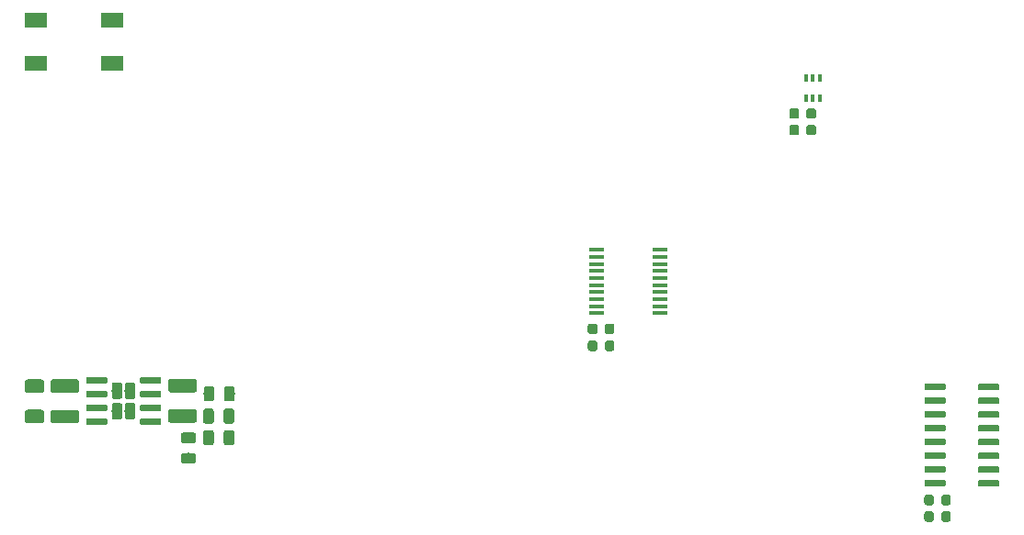
<source format=gbr>
%TF.GenerationSoftware,KiCad,Pcbnew,(5.1.2)-1*%
%TF.CreationDate,2020-09-11T17:40:03+02:00*%
%TF.ProjectId,ArduinoShield_SPIlinedriver_Sync_2V0,41726475-696e-46f5-9368-69656c645f53,3.1*%
%TF.SameCoordinates,Original*%
%TF.FileFunction,Paste,Top*%
%TF.FilePolarity,Positive*%
%FSLAX46Y46*%
G04 Gerber Fmt 4.6, Leading zero omitted, Abs format (unit mm)*
G04 Created by KiCad (PCBNEW (5.1.2)-1) date 2020-09-11 17:40:03*
%MOMM*%
%LPD*%
G04 APERTURE LIST*
%ADD10R,2.000000X1.400000*%
%ADD11R,1.450000X0.450000*%
%ADD12C,0.100000*%
%ADD13C,0.600000*%
%ADD14C,0.875000*%
%ADD15R,0.400000X0.650000*%
%ADD16C,1.250000*%
%ADD17C,0.975000*%
%ADD18C,0.970000*%
G04 APERTURE END LIST*
D10*
X112466000Y-74440800D03*
X105466000Y-74440800D03*
X112466000Y-70440800D03*
X105466000Y-70440800D03*
D11*
X157070000Y-97463800D03*
X157070000Y-96813800D03*
X157070000Y-96163800D03*
X157070000Y-95513800D03*
X157070000Y-94863800D03*
X157070000Y-94213800D03*
X157070000Y-93563800D03*
X157070000Y-92913800D03*
X157070000Y-92263800D03*
X157070000Y-91613800D03*
X162970000Y-91613800D03*
X162970000Y-92263800D03*
X162970000Y-92913800D03*
X162970000Y-93563800D03*
X162970000Y-94213800D03*
X162970000Y-94863800D03*
X162970000Y-95513800D03*
X162970000Y-96163800D03*
X162970000Y-96813800D03*
X162970000Y-97463800D03*
D12*
G36*
X194068703Y-112857722D02*
G01*
X194083264Y-112859882D01*
X194097543Y-112863459D01*
X194111403Y-112868418D01*
X194124710Y-112874712D01*
X194137336Y-112882280D01*
X194149159Y-112891048D01*
X194160066Y-112900934D01*
X194169952Y-112911841D01*
X194178720Y-112923664D01*
X194186288Y-112936290D01*
X194192582Y-112949597D01*
X194197541Y-112963457D01*
X194201118Y-112977736D01*
X194203278Y-112992297D01*
X194204000Y-113007000D01*
X194204000Y-113307000D01*
X194203278Y-113321703D01*
X194201118Y-113336264D01*
X194197541Y-113350543D01*
X194192582Y-113364403D01*
X194186288Y-113377710D01*
X194178720Y-113390336D01*
X194169952Y-113402159D01*
X194160066Y-113413066D01*
X194149159Y-113422952D01*
X194137336Y-113431720D01*
X194124710Y-113439288D01*
X194111403Y-113445582D01*
X194097543Y-113450541D01*
X194083264Y-113454118D01*
X194068703Y-113456278D01*
X194054000Y-113457000D01*
X192404000Y-113457000D01*
X192389297Y-113456278D01*
X192374736Y-113454118D01*
X192360457Y-113450541D01*
X192346597Y-113445582D01*
X192333290Y-113439288D01*
X192320664Y-113431720D01*
X192308841Y-113422952D01*
X192297934Y-113413066D01*
X192288048Y-113402159D01*
X192279280Y-113390336D01*
X192271712Y-113377710D01*
X192265418Y-113364403D01*
X192260459Y-113350543D01*
X192256882Y-113336264D01*
X192254722Y-113321703D01*
X192254000Y-113307000D01*
X192254000Y-113007000D01*
X192254722Y-112992297D01*
X192256882Y-112977736D01*
X192260459Y-112963457D01*
X192265418Y-112949597D01*
X192271712Y-112936290D01*
X192279280Y-112923664D01*
X192288048Y-112911841D01*
X192297934Y-112900934D01*
X192308841Y-112891048D01*
X192320664Y-112882280D01*
X192333290Y-112874712D01*
X192346597Y-112868418D01*
X192360457Y-112863459D01*
X192374736Y-112859882D01*
X192389297Y-112857722D01*
X192404000Y-112857000D01*
X194054000Y-112857000D01*
X194068703Y-112857722D01*
X194068703Y-112857722D01*
G37*
D13*
X193229000Y-113157000D03*
D12*
G36*
X194068703Y-111587722D02*
G01*
X194083264Y-111589882D01*
X194097543Y-111593459D01*
X194111403Y-111598418D01*
X194124710Y-111604712D01*
X194137336Y-111612280D01*
X194149159Y-111621048D01*
X194160066Y-111630934D01*
X194169952Y-111641841D01*
X194178720Y-111653664D01*
X194186288Y-111666290D01*
X194192582Y-111679597D01*
X194197541Y-111693457D01*
X194201118Y-111707736D01*
X194203278Y-111722297D01*
X194204000Y-111737000D01*
X194204000Y-112037000D01*
X194203278Y-112051703D01*
X194201118Y-112066264D01*
X194197541Y-112080543D01*
X194192582Y-112094403D01*
X194186288Y-112107710D01*
X194178720Y-112120336D01*
X194169952Y-112132159D01*
X194160066Y-112143066D01*
X194149159Y-112152952D01*
X194137336Y-112161720D01*
X194124710Y-112169288D01*
X194111403Y-112175582D01*
X194097543Y-112180541D01*
X194083264Y-112184118D01*
X194068703Y-112186278D01*
X194054000Y-112187000D01*
X192404000Y-112187000D01*
X192389297Y-112186278D01*
X192374736Y-112184118D01*
X192360457Y-112180541D01*
X192346597Y-112175582D01*
X192333290Y-112169288D01*
X192320664Y-112161720D01*
X192308841Y-112152952D01*
X192297934Y-112143066D01*
X192288048Y-112132159D01*
X192279280Y-112120336D01*
X192271712Y-112107710D01*
X192265418Y-112094403D01*
X192260459Y-112080543D01*
X192256882Y-112066264D01*
X192254722Y-112051703D01*
X192254000Y-112037000D01*
X192254000Y-111737000D01*
X192254722Y-111722297D01*
X192256882Y-111707736D01*
X192260459Y-111693457D01*
X192265418Y-111679597D01*
X192271712Y-111666290D01*
X192279280Y-111653664D01*
X192288048Y-111641841D01*
X192297934Y-111630934D01*
X192308841Y-111621048D01*
X192320664Y-111612280D01*
X192333290Y-111604712D01*
X192346597Y-111598418D01*
X192360457Y-111593459D01*
X192374736Y-111589882D01*
X192389297Y-111587722D01*
X192404000Y-111587000D01*
X194054000Y-111587000D01*
X194068703Y-111587722D01*
X194068703Y-111587722D01*
G37*
D13*
X193229000Y-111887000D03*
D12*
G36*
X194068703Y-110317722D02*
G01*
X194083264Y-110319882D01*
X194097543Y-110323459D01*
X194111403Y-110328418D01*
X194124710Y-110334712D01*
X194137336Y-110342280D01*
X194149159Y-110351048D01*
X194160066Y-110360934D01*
X194169952Y-110371841D01*
X194178720Y-110383664D01*
X194186288Y-110396290D01*
X194192582Y-110409597D01*
X194197541Y-110423457D01*
X194201118Y-110437736D01*
X194203278Y-110452297D01*
X194204000Y-110467000D01*
X194204000Y-110767000D01*
X194203278Y-110781703D01*
X194201118Y-110796264D01*
X194197541Y-110810543D01*
X194192582Y-110824403D01*
X194186288Y-110837710D01*
X194178720Y-110850336D01*
X194169952Y-110862159D01*
X194160066Y-110873066D01*
X194149159Y-110882952D01*
X194137336Y-110891720D01*
X194124710Y-110899288D01*
X194111403Y-110905582D01*
X194097543Y-110910541D01*
X194083264Y-110914118D01*
X194068703Y-110916278D01*
X194054000Y-110917000D01*
X192404000Y-110917000D01*
X192389297Y-110916278D01*
X192374736Y-110914118D01*
X192360457Y-110910541D01*
X192346597Y-110905582D01*
X192333290Y-110899288D01*
X192320664Y-110891720D01*
X192308841Y-110882952D01*
X192297934Y-110873066D01*
X192288048Y-110862159D01*
X192279280Y-110850336D01*
X192271712Y-110837710D01*
X192265418Y-110824403D01*
X192260459Y-110810543D01*
X192256882Y-110796264D01*
X192254722Y-110781703D01*
X192254000Y-110767000D01*
X192254000Y-110467000D01*
X192254722Y-110452297D01*
X192256882Y-110437736D01*
X192260459Y-110423457D01*
X192265418Y-110409597D01*
X192271712Y-110396290D01*
X192279280Y-110383664D01*
X192288048Y-110371841D01*
X192297934Y-110360934D01*
X192308841Y-110351048D01*
X192320664Y-110342280D01*
X192333290Y-110334712D01*
X192346597Y-110328418D01*
X192360457Y-110323459D01*
X192374736Y-110319882D01*
X192389297Y-110317722D01*
X192404000Y-110317000D01*
X194054000Y-110317000D01*
X194068703Y-110317722D01*
X194068703Y-110317722D01*
G37*
D13*
X193229000Y-110617000D03*
D12*
G36*
X194068703Y-109047722D02*
G01*
X194083264Y-109049882D01*
X194097543Y-109053459D01*
X194111403Y-109058418D01*
X194124710Y-109064712D01*
X194137336Y-109072280D01*
X194149159Y-109081048D01*
X194160066Y-109090934D01*
X194169952Y-109101841D01*
X194178720Y-109113664D01*
X194186288Y-109126290D01*
X194192582Y-109139597D01*
X194197541Y-109153457D01*
X194201118Y-109167736D01*
X194203278Y-109182297D01*
X194204000Y-109197000D01*
X194204000Y-109497000D01*
X194203278Y-109511703D01*
X194201118Y-109526264D01*
X194197541Y-109540543D01*
X194192582Y-109554403D01*
X194186288Y-109567710D01*
X194178720Y-109580336D01*
X194169952Y-109592159D01*
X194160066Y-109603066D01*
X194149159Y-109612952D01*
X194137336Y-109621720D01*
X194124710Y-109629288D01*
X194111403Y-109635582D01*
X194097543Y-109640541D01*
X194083264Y-109644118D01*
X194068703Y-109646278D01*
X194054000Y-109647000D01*
X192404000Y-109647000D01*
X192389297Y-109646278D01*
X192374736Y-109644118D01*
X192360457Y-109640541D01*
X192346597Y-109635582D01*
X192333290Y-109629288D01*
X192320664Y-109621720D01*
X192308841Y-109612952D01*
X192297934Y-109603066D01*
X192288048Y-109592159D01*
X192279280Y-109580336D01*
X192271712Y-109567710D01*
X192265418Y-109554403D01*
X192260459Y-109540543D01*
X192256882Y-109526264D01*
X192254722Y-109511703D01*
X192254000Y-109497000D01*
X192254000Y-109197000D01*
X192254722Y-109182297D01*
X192256882Y-109167736D01*
X192260459Y-109153457D01*
X192265418Y-109139597D01*
X192271712Y-109126290D01*
X192279280Y-109113664D01*
X192288048Y-109101841D01*
X192297934Y-109090934D01*
X192308841Y-109081048D01*
X192320664Y-109072280D01*
X192333290Y-109064712D01*
X192346597Y-109058418D01*
X192360457Y-109053459D01*
X192374736Y-109049882D01*
X192389297Y-109047722D01*
X192404000Y-109047000D01*
X194054000Y-109047000D01*
X194068703Y-109047722D01*
X194068703Y-109047722D01*
G37*
D13*
X193229000Y-109347000D03*
D12*
G36*
X194068703Y-107777722D02*
G01*
X194083264Y-107779882D01*
X194097543Y-107783459D01*
X194111403Y-107788418D01*
X194124710Y-107794712D01*
X194137336Y-107802280D01*
X194149159Y-107811048D01*
X194160066Y-107820934D01*
X194169952Y-107831841D01*
X194178720Y-107843664D01*
X194186288Y-107856290D01*
X194192582Y-107869597D01*
X194197541Y-107883457D01*
X194201118Y-107897736D01*
X194203278Y-107912297D01*
X194204000Y-107927000D01*
X194204000Y-108227000D01*
X194203278Y-108241703D01*
X194201118Y-108256264D01*
X194197541Y-108270543D01*
X194192582Y-108284403D01*
X194186288Y-108297710D01*
X194178720Y-108310336D01*
X194169952Y-108322159D01*
X194160066Y-108333066D01*
X194149159Y-108342952D01*
X194137336Y-108351720D01*
X194124710Y-108359288D01*
X194111403Y-108365582D01*
X194097543Y-108370541D01*
X194083264Y-108374118D01*
X194068703Y-108376278D01*
X194054000Y-108377000D01*
X192404000Y-108377000D01*
X192389297Y-108376278D01*
X192374736Y-108374118D01*
X192360457Y-108370541D01*
X192346597Y-108365582D01*
X192333290Y-108359288D01*
X192320664Y-108351720D01*
X192308841Y-108342952D01*
X192297934Y-108333066D01*
X192288048Y-108322159D01*
X192279280Y-108310336D01*
X192271712Y-108297710D01*
X192265418Y-108284403D01*
X192260459Y-108270543D01*
X192256882Y-108256264D01*
X192254722Y-108241703D01*
X192254000Y-108227000D01*
X192254000Y-107927000D01*
X192254722Y-107912297D01*
X192256882Y-107897736D01*
X192260459Y-107883457D01*
X192265418Y-107869597D01*
X192271712Y-107856290D01*
X192279280Y-107843664D01*
X192288048Y-107831841D01*
X192297934Y-107820934D01*
X192308841Y-107811048D01*
X192320664Y-107802280D01*
X192333290Y-107794712D01*
X192346597Y-107788418D01*
X192360457Y-107783459D01*
X192374736Y-107779882D01*
X192389297Y-107777722D01*
X192404000Y-107777000D01*
X194054000Y-107777000D01*
X194068703Y-107777722D01*
X194068703Y-107777722D01*
G37*
D13*
X193229000Y-108077000D03*
D12*
G36*
X194068703Y-106507722D02*
G01*
X194083264Y-106509882D01*
X194097543Y-106513459D01*
X194111403Y-106518418D01*
X194124710Y-106524712D01*
X194137336Y-106532280D01*
X194149159Y-106541048D01*
X194160066Y-106550934D01*
X194169952Y-106561841D01*
X194178720Y-106573664D01*
X194186288Y-106586290D01*
X194192582Y-106599597D01*
X194197541Y-106613457D01*
X194201118Y-106627736D01*
X194203278Y-106642297D01*
X194204000Y-106657000D01*
X194204000Y-106957000D01*
X194203278Y-106971703D01*
X194201118Y-106986264D01*
X194197541Y-107000543D01*
X194192582Y-107014403D01*
X194186288Y-107027710D01*
X194178720Y-107040336D01*
X194169952Y-107052159D01*
X194160066Y-107063066D01*
X194149159Y-107072952D01*
X194137336Y-107081720D01*
X194124710Y-107089288D01*
X194111403Y-107095582D01*
X194097543Y-107100541D01*
X194083264Y-107104118D01*
X194068703Y-107106278D01*
X194054000Y-107107000D01*
X192404000Y-107107000D01*
X192389297Y-107106278D01*
X192374736Y-107104118D01*
X192360457Y-107100541D01*
X192346597Y-107095582D01*
X192333290Y-107089288D01*
X192320664Y-107081720D01*
X192308841Y-107072952D01*
X192297934Y-107063066D01*
X192288048Y-107052159D01*
X192279280Y-107040336D01*
X192271712Y-107027710D01*
X192265418Y-107014403D01*
X192260459Y-107000543D01*
X192256882Y-106986264D01*
X192254722Y-106971703D01*
X192254000Y-106957000D01*
X192254000Y-106657000D01*
X192254722Y-106642297D01*
X192256882Y-106627736D01*
X192260459Y-106613457D01*
X192265418Y-106599597D01*
X192271712Y-106586290D01*
X192279280Y-106573664D01*
X192288048Y-106561841D01*
X192297934Y-106550934D01*
X192308841Y-106541048D01*
X192320664Y-106532280D01*
X192333290Y-106524712D01*
X192346597Y-106518418D01*
X192360457Y-106513459D01*
X192374736Y-106509882D01*
X192389297Y-106507722D01*
X192404000Y-106507000D01*
X194054000Y-106507000D01*
X194068703Y-106507722D01*
X194068703Y-106507722D01*
G37*
D13*
X193229000Y-106807000D03*
D12*
G36*
X194068703Y-105237722D02*
G01*
X194083264Y-105239882D01*
X194097543Y-105243459D01*
X194111403Y-105248418D01*
X194124710Y-105254712D01*
X194137336Y-105262280D01*
X194149159Y-105271048D01*
X194160066Y-105280934D01*
X194169952Y-105291841D01*
X194178720Y-105303664D01*
X194186288Y-105316290D01*
X194192582Y-105329597D01*
X194197541Y-105343457D01*
X194201118Y-105357736D01*
X194203278Y-105372297D01*
X194204000Y-105387000D01*
X194204000Y-105687000D01*
X194203278Y-105701703D01*
X194201118Y-105716264D01*
X194197541Y-105730543D01*
X194192582Y-105744403D01*
X194186288Y-105757710D01*
X194178720Y-105770336D01*
X194169952Y-105782159D01*
X194160066Y-105793066D01*
X194149159Y-105802952D01*
X194137336Y-105811720D01*
X194124710Y-105819288D01*
X194111403Y-105825582D01*
X194097543Y-105830541D01*
X194083264Y-105834118D01*
X194068703Y-105836278D01*
X194054000Y-105837000D01*
X192404000Y-105837000D01*
X192389297Y-105836278D01*
X192374736Y-105834118D01*
X192360457Y-105830541D01*
X192346597Y-105825582D01*
X192333290Y-105819288D01*
X192320664Y-105811720D01*
X192308841Y-105802952D01*
X192297934Y-105793066D01*
X192288048Y-105782159D01*
X192279280Y-105770336D01*
X192271712Y-105757710D01*
X192265418Y-105744403D01*
X192260459Y-105730543D01*
X192256882Y-105716264D01*
X192254722Y-105701703D01*
X192254000Y-105687000D01*
X192254000Y-105387000D01*
X192254722Y-105372297D01*
X192256882Y-105357736D01*
X192260459Y-105343457D01*
X192265418Y-105329597D01*
X192271712Y-105316290D01*
X192279280Y-105303664D01*
X192288048Y-105291841D01*
X192297934Y-105280934D01*
X192308841Y-105271048D01*
X192320664Y-105262280D01*
X192333290Y-105254712D01*
X192346597Y-105248418D01*
X192360457Y-105243459D01*
X192374736Y-105239882D01*
X192389297Y-105237722D01*
X192404000Y-105237000D01*
X194054000Y-105237000D01*
X194068703Y-105237722D01*
X194068703Y-105237722D01*
G37*
D13*
X193229000Y-105537000D03*
D12*
G36*
X194068703Y-103967722D02*
G01*
X194083264Y-103969882D01*
X194097543Y-103973459D01*
X194111403Y-103978418D01*
X194124710Y-103984712D01*
X194137336Y-103992280D01*
X194149159Y-104001048D01*
X194160066Y-104010934D01*
X194169952Y-104021841D01*
X194178720Y-104033664D01*
X194186288Y-104046290D01*
X194192582Y-104059597D01*
X194197541Y-104073457D01*
X194201118Y-104087736D01*
X194203278Y-104102297D01*
X194204000Y-104117000D01*
X194204000Y-104417000D01*
X194203278Y-104431703D01*
X194201118Y-104446264D01*
X194197541Y-104460543D01*
X194192582Y-104474403D01*
X194186288Y-104487710D01*
X194178720Y-104500336D01*
X194169952Y-104512159D01*
X194160066Y-104523066D01*
X194149159Y-104532952D01*
X194137336Y-104541720D01*
X194124710Y-104549288D01*
X194111403Y-104555582D01*
X194097543Y-104560541D01*
X194083264Y-104564118D01*
X194068703Y-104566278D01*
X194054000Y-104567000D01*
X192404000Y-104567000D01*
X192389297Y-104566278D01*
X192374736Y-104564118D01*
X192360457Y-104560541D01*
X192346597Y-104555582D01*
X192333290Y-104549288D01*
X192320664Y-104541720D01*
X192308841Y-104532952D01*
X192297934Y-104523066D01*
X192288048Y-104512159D01*
X192279280Y-104500336D01*
X192271712Y-104487710D01*
X192265418Y-104474403D01*
X192260459Y-104460543D01*
X192256882Y-104446264D01*
X192254722Y-104431703D01*
X192254000Y-104417000D01*
X192254000Y-104117000D01*
X192254722Y-104102297D01*
X192256882Y-104087736D01*
X192260459Y-104073457D01*
X192265418Y-104059597D01*
X192271712Y-104046290D01*
X192279280Y-104033664D01*
X192288048Y-104021841D01*
X192297934Y-104010934D01*
X192308841Y-104001048D01*
X192320664Y-103992280D01*
X192333290Y-103984712D01*
X192346597Y-103978418D01*
X192360457Y-103973459D01*
X192374736Y-103969882D01*
X192389297Y-103967722D01*
X192404000Y-103967000D01*
X194054000Y-103967000D01*
X194068703Y-103967722D01*
X194068703Y-103967722D01*
G37*
D13*
X193229000Y-104267000D03*
D12*
G36*
X189118703Y-103967722D02*
G01*
X189133264Y-103969882D01*
X189147543Y-103973459D01*
X189161403Y-103978418D01*
X189174710Y-103984712D01*
X189187336Y-103992280D01*
X189199159Y-104001048D01*
X189210066Y-104010934D01*
X189219952Y-104021841D01*
X189228720Y-104033664D01*
X189236288Y-104046290D01*
X189242582Y-104059597D01*
X189247541Y-104073457D01*
X189251118Y-104087736D01*
X189253278Y-104102297D01*
X189254000Y-104117000D01*
X189254000Y-104417000D01*
X189253278Y-104431703D01*
X189251118Y-104446264D01*
X189247541Y-104460543D01*
X189242582Y-104474403D01*
X189236288Y-104487710D01*
X189228720Y-104500336D01*
X189219952Y-104512159D01*
X189210066Y-104523066D01*
X189199159Y-104532952D01*
X189187336Y-104541720D01*
X189174710Y-104549288D01*
X189161403Y-104555582D01*
X189147543Y-104560541D01*
X189133264Y-104564118D01*
X189118703Y-104566278D01*
X189104000Y-104567000D01*
X187454000Y-104567000D01*
X187439297Y-104566278D01*
X187424736Y-104564118D01*
X187410457Y-104560541D01*
X187396597Y-104555582D01*
X187383290Y-104549288D01*
X187370664Y-104541720D01*
X187358841Y-104532952D01*
X187347934Y-104523066D01*
X187338048Y-104512159D01*
X187329280Y-104500336D01*
X187321712Y-104487710D01*
X187315418Y-104474403D01*
X187310459Y-104460543D01*
X187306882Y-104446264D01*
X187304722Y-104431703D01*
X187304000Y-104417000D01*
X187304000Y-104117000D01*
X187304722Y-104102297D01*
X187306882Y-104087736D01*
X187310459Y-104073457D01*
X187315418Y-104059597D01*
X187321712Y-104046290D01*
X187329280Y-104033664D01*
X187338048Y-104021841D01*
X187347934Y-104010934D01*
X187358841Y-104001048D01*
X187370664Y-103992280D01*
X187383290Y-103984712D01*
X187396597Y-103978418D01*
X187410457Y-103973459D01*
X187424736Y-103969882D01*
X187439297Y-103967722D01*
X187454000Y-103967000D01*
X189104000Y-103967000D01*
X189118703Y-103967722D01*
X189118703Y-103967722D01*
G37*
D13*
X188279000Y-104267000D03*
D12*
G36*
X189118703Y-105237722D02*
G01*
X189133264Y-105239882D01*
X189147543Y-105243459D01*
X189161403Y-105248418D01*
X189174710Y-105254712D01*
X189187336Y-105262280D01*
X189199159Y-105271048D01*
X189210066Y-105280934D01*
X189219952Y-105291841D01*
X189228720Y-105303664D01*
X189236288Y-105316290D01*
X189242582Y-105329597D01*
X189247541Y-105343457D01*
X189251118Y-105357736D01*
X189253278Y-105372297D01*
X189254000Y-105387000D01*
X189254000Y-105687000D01*
X189253278Y-105701703D01*
X189251118Y-105716264D01*
X189247541Y-105730543D01*
X189242582Y-105744403D01*
X189236288Y-105757710D01*
X189228720Y-105770336D01*
X189219952Y-105782159D01*
X189210066Y-105793066D01*
X189199159Y-105802952D01*
X189187336Y-105811720D01*
X189174710Y-105819288D01*
X189161403Y-105825582D01*
X189147543Y-105830541D01*
X189133264Y-105834118D01*
X189118703Y-105836278D01*
X189104000Y-105837000D01*
X187454000Y-105837000D01*
X187439297Y-105836278D01*
X187424736Y-105834118D01*
X187410457Y-105830541D01*
X187396597Y-105825582D01*
X187383290Y-105819288D01*
X187370664Y-105811720D01*
X187358841Y-105802952D01*
X187347934Y-105793066D01*
X187338048Y-105782159D01*
X187329280Y-105770336D01*
X187321712Y-105757710D01*
X187315418Y-105744403D01*
X187310459Y-105730543D01*
X187306882Y-105716264D01*
X187304722Y-105701703D01*
X187304000Y-105687000D01*
X187304000Y-105387000D01*
X187304722Y-105372297D01*
X187306882Y-105357736D01*
X187310459Y-105343457D01*
X187315418Y-105329597D01*
X187321712Y-105316290D01*
X187329280Y-105303664D01*
X187338048Y-105291841D01*
X187347934Y-105280934D01*
X187358841Y-105271048D01*
X187370664Y-105262280D01*
X187383290Y-105254712D01*
X187396597Y-105248418D01*
X187410457Y-105243459D01*
X187424736Y-105239882D01*
X187439297Y-105237722D01*
X187454000Y-105237000D01*
X189104000Y-105237000D01*
X189118703Y-105237722D01*
X189118703Y-105237722D01*
G37*
D13*
X188279000Y-105537000D03*
D12*
G36*
X189118703Y-106507722D02*
G01*
X189133264Y-106509882D01*
X189147543Y-106513459D01*
X189161403Y-106518418D01*
X189174710Y-106524712D01*
X189187336Y-106532280D01*
X189199159Y-106541048D01*
X189210066Y-106550934D01*
X189219952Y-106561841D01*
X189228720Y-106573664D01*
X189236288Y-106586290D01*
X189242582Y-106599597D01*
X189247541Y-106613457D01*
X189251118Y-106627736D01*
X189253278Y-106642297D01*
X189254000Y-106657000D01*
X189254000Y-106957000D01*
X189253278Y-106971703D01*
X189251118Y-106986264D01*
X189247541Y-107000543D01*
X189242582Y-107014403D01*
X189236288Y-107027710D01*
X189228720Y-107040336D01*
X189219952Y-107052159D01*
X189210066Y-107063066D01*
X189199159Y-107072952D01*
X189187336Y-107081720D01*
X189174710Y-107089288D01*
X189161403Y-107095582D01*
X189147543Y-107100541D01*
X189133264Y-107104118D01*
X189118703Y-107106278D01*
X189104000Y-107107000D01*
X187454000Y-107107000D01*
X187439297Y-107106278D01*
X187424736Y-107104118D01*
X187410457Y-107100541D01*
X187396597Y-107095582D01*
X187383290Y-107089288D01*
X187370664Y-107081720D01*
X187358841Y-107072952D01*
X187347934Y-107063066D01*
X187338048Y-107052159D01*
X187329280Y-107040336D01*
X187321712Y-107027710D01*
X187315418Y-107014403D01*
X187310459Y-107000543D01*
X187306882Y-106986264D01*
X187304722Y-106971703D01*
X187304000Y-106957000D01*
X187304000Y-106657000D01*
X187304722Y-106642297D01*
X187306882Y-106627736D01*
X187310459Y-106613457D01*
X187315418Y-106599597D01*
X187321712Y-106586290D01*
X187329280Y-106573664D01*
X187338048Y-106561841D01*
X187347934Y-106550934D01*
X187358841Y-106541048D01*
X187370664Y-106532280D01*
X187383290Y-106524712D01*
X187396597Y-106518418D01*
X187410457Y-106513459D01*
X187424736Y-106509882D01*
X187439297Y-106507722D01*
X187454000Y-106507000D01*
X189104000Y-106507000D01*
X189118703Y-106507722D01*
X189118703Y-106507722D01*
G37*
D13*
X188279000Y-106807000D03*
D12*
G36*
X189118703Y-107777722D02*
G01*
X189133264Y-107779882D01*
X189147543Y-107783459D01*
X189161403Y-107788418D01*
X189174710Y-107794712D01*
X189187336Y-107802280D01*
X189199159Y-107811048D01*
X189210066Y-107820934D01*
X189219952Y-107831841D01*
X189228720Y-107843664D01*
X189236288Y-107856290D01*
X189242582Y-107869597D01*
X189247541Y-107883457D01*
X189251118Y-107897736D01*
X189253278Y-107912297D01*
X189254000Y-107927000D01*
X189254000Y-108227000D01*
X189253278Y-108241703D01*
X189251118Y-108256264D01*
X189247541Y-108270543D01*
X189242582Y-108284403D01*
X189236288Y-108297710D01*
X189228720Y-108310336D01*
X189219952Y-108322159D01*
X189210066Y-108333066D01*
X189199159Y-108342952D01*
X189187336Y-108351720D01*
X189174710Y-108359288D01*
X189161403Y-108365582D01*
X189147543Y-108370541D01*
X189133264Y-108374118D01*
X189118703Y-108376278D01*
X189104000Y-108377000D01*
X187454000Y-108377000D01*
X187439297Y-108376278D01*
X187424736Y-108374118D01*
X187410457Y-108370541D01*
X187396597Y-108365582D01*
X187383290Y-108359288D01*
X187370664Y-108351720D01*
X187358841Y-108342952D01*
X187347934Y-108333066D01*
X187338048Y-108322159D01*
X187329280Y-108310336D01*
X187321712Y-108297710D01*
X187315418Y-108284403D01*
X187310459Y-108270543D01*
X187306882Y-108256264D01*
X187304722Y-108241703D01*
X187304000Y-108227000D01*
X187304000Y-107927000D01*
X187304722Y-107912297D01*
X187306882Y-107897736D01*
X187310459Y-107883457D01*
X187315418Y-107869597D01*
X187321712Y-107856290D01*
X187329280Y-107843664D01*
X187338048Y-107831841D01*
X187347934Y-107820934D01*
X187358841Y-107811048D01*
X187370664Y-107802280D01*
X187383290Y-107794712D01*
X187396597Y-107788418D01*
X187410457Y-107783459D01*
X187424736Y-107779882D01*
X187439297Y-107777722D01*
X187454000Y-107777000D01*
X189104000Y-107777000D01*
X189118703Y-107777722D01*
X189118703Y-107777722D01*
G37*
D13*
X188279000Y-108077000D03*
D12*
G36*
X189118703Y-109047722D02*
G01*
X189133264Y-109049882D01*
X189147543Y-109053459D01*
X189161403Y-109058418D01*
X189174710Y-109064712D01*
X189187336Y-109072280D01*
X189199159Y-109081048D01*
X189210066Y-109090934D01*
X189219952Y-109101841D01*
X189228720Y-109113664D01*
X189236288Y-109126290D01*
X189242582Y-109139597D01*
X189247541Y-109153457D01*
X189251118Y-109167736D01*
X189253278Y-109182297D01*
X189254000Y-109197000D01*
X189254000Y-109497000D01*
X189253278Y-109511703D01*
X189251118Y-109526264D01*
X189247541Y-109540543D01*
X189242582Y-109554403D01*
X189236288Y-109567710D01*
X189228720Y-109580336D01*
X189219952Y-109592159D01*
X189210066Y-109603066D01*
X189199159Y-109612952D01*
X189187336Y-109621720D01*
X189174710Y-109629288D01*
X189161403Y-109635582D01*
X189147543Y-109640541D01*
X189133264Y-109644118D01*
X189118703Y-109646278D01*
X189104000Y-109647000D01*
X187454000Y-109647000D01*
X187439297Y-109646278D01*
X187424736Y-109644118D01*
X187410457Y-109640541D01*
X187396597Y-109635582D01*
X187383290Y-109629288D01*
X187370664Y-109621720D01*
X187358841Y-109612952D01*
X187347934Y-109603066D01*
X187338048Y-109592159D01*
X187329280Y-109580336D01*
X187321712Y-109567710D01*
X187315418Y-109554403D01*
X187310459Y-109540543D01*
X187306882Y-109526264D01*
X187304722Y-109511703D01*
X187304000Y-109497000D01*
X187304000Y-109197000D01*
X187304722Y-109182297D01*
X187306882Y-109167736D01*
X187310459Y-109153457D01*
X187315418Y-109139597D01*
X187321712Y-109126290D01*
X187329280Y-109113664D01*
X187338048Y-109101841D01*
X187347934Y-109090934D01*
X187358841Y-109081048D01*
X187370664Y-109072280D01*
X187383290Y-109064712D01*
X187396597Y-109058418D01*
X187410457Y-109053459D01*
X187424736Y-109049882D01*
X187439297Y-109047722D01*
X187454000Y-109047000D01*
X189104000Y-109047000D01*
X189118703Y-109047722D01*
X189118703Y-109047722D01*
G37*
D13*
X188279000Y-109347000D03*
D12*
G36*
X189118703Y-110317722D02*
G01*
X189133264Y-110319882D01*
X189147543Y-110323459D01*
X189161403Y-110328418D01*
X189174710Y-110334712D01*
X189187336Y-110342280D01*
X189199159Y-110351048D01*
X189210066Y-110360934D01*
X189219952Y-110371841D01*
X189228720Y-110383664D01*
X189236288Y-110396290D01*
X189242582Y-110409597D01*
X189247541Y-110423457D01*
X189251118Y-110437736D01*
X189253278Y-110452297D01*
X189254000Y-110467000D01*
X189254000Y-110767000D01*
X189253278Y-110781703D01*
X189251118Y-110796264D01*
X189247541Y-110810543D01*
X189242582Y-110824403D01*
X189236288Y-110837710D01*
X189228720Y-110850336D01*
X189219952Y-110862159D01*
X189210066Y-110873066D01*
X189199159Y-110882952D01*
X189187336Y-110891720D01*
X189174710Y-110899288D01*
X189161403Y-110905582D01*
X189147543Y-110910541D01*
X189133264Y-110914118D01*
X189118703Y-110916278D01*
X189104000Y-110917000D01*
X187454000Y-110917000D01*
X187439297Y-110916278D01*
X187424736Y-110914118D01*
X187410457Y-110910541D01*
X187396597Y-110905582D01*
X187383290Y-110899288D01*
X187370664Y-110891720D01*
X187358841Y-110882952D01*
X187347934Y-110873066D01*
X187338048Y-110862159D01*
X187329280Y-110850336D01*
X187321712Y-110837710D01*
X187315418Y-110824403D01*
X187310459Y-110810543D01*
X187306882Y-110796264D01*
X187304722Y-110781703D01*
X187304000Y-110767000D01*
X187304000Y-110467000D01*
X187304722Y-110452297D01*
X187306882Y-110437736D01*
X187310459Y-110423457D01*
X187315418Y-110409597D01*
X187321712Y-110396290D01*
X187329280Y-110383664D01*
X187338048Y-110371841D01*
X187347934Y-110360934D01*
X187358841Y-110351048D01*
X187370664Y-110342280D01*
X187383290Y-110334712D01*
X187396597Y-110328418D01*
X187410457Y-110323459D01*
X187424736Y-110319882D01*
X187439297Y-110317722D01*
X187454000Y-110317000D01*
X189104000Y-110317000D01*
X189118703Y-110317722D01*
X189118703Y-110317722D01*
G37*
D13*
X188279000Y-110617000D03*
D12*
G36*
X189118703Y-111587722D02*
G01*
X189133264Y-111589882D01*
X189147543Y-111593459D01*
X189161403Y-111598418D01*
X189174710Y-111604712D01*
X189187336Y-111612280D01*
X189199159Y-111621048D01*
X189210066Y-111630934D01*
X189219952Y-111641841D01*
X189228720Y-111653664D01*
X189236288Y-111666290D01*
X189242582Y-111679597D01*
X189247541Y-111693457D01*
X189251118Y-111707736D01*
X189253278Y-111722297D01*
X189254000Y-111737000D01*
X189254000Y-112037000D01*
X189253278Y-112051703D01*
X189251118Y-112066264D01*
X189247541Y-112080543D01*
X189242582Y-112094403D01*
X189236288Y-112107710D01*
X189228720Y-112120336D01*
X189219952Y-112132159D01*
X189210066Y-112143066D01*
X189199159Y-112152952D01*
X189187336Y-112161720D01*
X189174710Y-112169288D01*
X189161403Y-112175582D01*
X189147543Y-112180541D01*
X189133264Y-112184118D01*
X189118703Y-112186278D01*
X189104000Y-112187000D01*
X187454000Y-112187000D01*
X187439297Y-112186278D01*
X187424736Y-112184118D01*
X187410457Y-112180541D01*
X187396597Y-112175582D01*
X187383290Y-112169288D01*
X187370664Y-112161720D01*
X187358841Y-112152952D01*
X187347934Y-112143066D01*
X187338048Y-112132159D01*
X187329280Y-112120336D01*
X187321712Y-112107710D01*
X187315418Y-112094403D01*
X187310459Y-112080543D01*
X187306882Y-112066264D01*
X187304722Y-112051703D01*
X187304000Y-112037000D01*
X187304000Y-111737000D01*
X187304722Y-111722297D01*
X187306882Y-111707736D01*
X187310459Y-111693457D01*
X187315418Y-111679597D01*
X187321712Y-111666290D01*
X187329280Y-111653664D01*
X187338048Y-111641841D01*
X187347934Y-111630934D01*
X187358841Y-111621048D01*
X187370664Y-111612280D01*
X187383290Y-111604712D01*
X187396597Y-111598418D01*
X187410457Y-111593459D01*
X187424736Y-111589882D01*
X187439297Y-111587722D01*
X187454000Y-111587000D01*
X189104000Y-111587000D01*
X189118703Y-111587722D01*
X189118703Y-111587722D01*
G37*
D13*
X188279000Y-111887000D03*
D12*
G36*
X189118703Y-112857722D02*
G01*
X189133264Y-112859882D01*
X189147543Y-112863459D01*
X189161403Y-112868418D01*
X189174710Y-112874712D01*
X189187336Y-112882280D01*
X189199159Y-112891048D01*
X189210066Y-112900934D01*
X189219952Y-112911841D01*
X189228720Y-112923664D01*
X189236288Y-112936290D01*
X189242582Y-112949597D01*
X189247541Y-112963457D01*
X189251118Y-112977736D01*
X189253278Y-112992297D01*
X189254000Y-113007000D01*
X189254000Y-113307000D01*
X189253278Y-113321703D01*
X189251118Y-113336264D01*
X189247541Y-113350543D01*
X189242582Y-113364403D01*
X189236288Y-113377710D01*
X189228720Y-113390336D01*
X189219952Y-113402159D01*
X189210066Y-113413066D01*
X189199159Y-113422952D01*
X189187336Y-113431720D01*
X189174710Y-113439288D01*
X189161403Y-113445582D01*
X189147543Y-113450541D01*
X189133264Y-113454118D01*
X189118703Y-113456278D01*
X189104000Y-113457000D01*
X187454000Y-113457000D01*
X187439297Y-113456278D01*
X187424736Y-113454118D01*
X187410457Y-113450541D01*
X187396597Y-113445582D01*
X187383290Y-113439288D01*
X187370664Y-113431720D01*
X187358841Y-113422952D01*
X187347934Y-113413066D01*
X187338048Y-113402159D01*
X187329280Y-113390336D01*
X187321712Y-113377710D01*
X187315418Y-113364403D01*
X187310459Y-113350543D01*
X187306882Y-113336264D01*
X187304722Y-113321703D01*
X187304000Y-113307000D01*
X187304000Y-113007000D01*
X187304722Y-112992297D01*
X187306882Y-112977736D01*
X187310459Y-112963457D01*
X187315418Y-112949597D01*
X187321712Y-112936290D01*
X187329280Y-112923664D01*
X187338048Y-112911841D01*
X187347934Y-112900934D01*
X187358841Y-112891048D01*
X187370664Y-112882280D01*
X187383290Y-112874712D01*
X187396597Y-112868418D01*
X187410457Y-112863459D01*
X187424736Y-112859882D01*
X187439297Y-112857722D01*
X187454000Y-112857000D01*
X189104000Y-112857000D01*
X189118703Y-112857722D01*
X189118703Y-112857722D01*
G37*
D13*
X188279000Y-113157000D03*
D12*
G36*
X158558491Y-98433653D02*
G01*
X158579726Y-98436803D01*
X158600550Y-98442019D01*
X158620762Y-98449251D01*
X158640168Y-98458430D01*
X158658581Y-98469466D01*
X158675824Y-98482254D01*
X158691730Y-98496670D01*
X158706146Y-98512576D01*
X158718934Y-98529819D01*
X158729970Y-98548232D01*
X158739149Y-98567638D01*
X158746381Y-98587850D01*
X158751597Y-98608674D01*
X158754747Y-98629909D01*
X158755800Y-98651350D01*
X158755800Y-99163850D01*
X158754747Y-99185291D01*
X158751597Y-99206526D01*
X158746381Y-99227350D01*
X158739149Y-99247562D01*
X158729970Y-99266968D01*
X158718934Y-99285381D01*
X158706146Y-99302624D01*
X158691730Y-99318530D01*
X158675824Y-99332946D01*
X158658581Y-99345734D01*
X158640168Y-99356770D01*
X158620762Y-99365949D01*
X158600550Y-99373181D01*
X158579726Y-99378397D01*
X158558491Y-99381547D01*
X158537050Y-99382600D01*
X158099550Y-99382600D01*
X158078109Y-99381547D01*
X158056874Y-99378397D01*
X158036050Y-99373181D01*
X158015838Y-99365949D01*
X157996432Y-99356770D01*
X157978019Y-99345734D01*
X157960776Y-99332946D01*
X157944870Y-99318530D01*
X157930454Y-99302624D01*
X157917666Y-99285381D01*
X157906630Y-99266968D01*
X157897451Y-99247562D01*
X157890219Y-99227350D01*
X157885003Y-99206526D01*
X157881853Y-99185291D01*
X157880800Y-99163850D01*
X157880800Y-98651350D01*
X157881853Y-98629909D01*
X157885003Y-98608674D01*
X157890219Y-98587850D01*
X157897451Y-98567638D01*
X157906630Y-98548232D01*
X157917666Y-98529819D01*
X157930454Y-98512576D01*
X157944870Y-98496670D01*
X157960776Y-98482254D01*
X157978019Y-98469466D01*
X157996432Y-98458430D01*
X158015838Y-98449251D01*
X158036050Y-98442019D01*
X158056874Y-98436803D01*
X158078109Y-98433653D01*
X158099550Y-98432600D01*
X158537050Y-98432600D01*
X158558491Y-98433653D01*
X158558491Y-98433653D01*
G37*
D14*
X158318300Y-98907600D03*
D12*
G36*
X156983491Y-98433653D02*
G01*
X157004726Y-98436803D01*
X157025550Y-98442019D01*
X157045762Y-98449251D01*
X157065168Y-98458430D01*
X157083581Y-98469466D01*
X157100824Y-98482254D01*
X157116730Y-98496670D01*
X157131146Y-98512576D01*
X157143934Y-98529819D01*
X157154970Y-98548232D01*
X157164149Y-98567638D01*
X157171381Y-98587850D01*
X157176597Y-98608674D01*
X157179747Y-98629909D01*
X157180800Y-98651350D01*
X157180800Y-99163850D01*
X157179747Y-99185291D01*
X157176597Y-99206526D01*
X157171381Y-99227350D01*
X157164149Y-99247562D01*
X157154970Y-99266968D01*
X157143934Y-99285381D01*
X157131146Y-99302624D01*
X157116730Y-99318530D01*
X157100824Y-99332946D01*
X157083581Y-99345734D01*
X157065168Y-99356770D01*
X157045762Y-99365949D01*
X157025550Y-99373181D01*
X157004726Y-99378397D01*
X156983491Y-99381547D01*
X156962050Y-99382600D01*
X156524550Y-99382600D01*
X156503109Y-99381547D01*
X156481874Y-99378397D01*
X156461050Y-99373181D01*
X156440838Y-99365949D01*
X156421432Y-99356770D01*
X156403019Y-99345734D01*
X156385776Y-99332946D01*
X156369870Y-99318530D01*
X156355454Y-99302624D01*
X156342666Y-99285381D01*
X156331630Y-99266968D01*
X156322451Y-99247562D01*
X156315219Y-99227350D01*
X156310003Y-99206526D01*
X156306853Y-99185291D01*
X156305800Y-99163850D01*
X156305800Y-98651350D01*
X156306853Y-98629909D01*
X156310003Y-98608674D01*
X156315219Y-98587850D01*
X156322451Y-98567638D01*
X156331630Y-98548232D01*
X156342666Y-98529819D01*
X156355454Y-98512576D01*
X156369870Y-98496670D01*
X156385776Y-98482254D01*
X156403019Y-98469466D01*
X156421432Y-98458430D01*
X156440838Y-98449251D01*
X156461050Y-98442019D01*
X156481874Y-98436803D01*
X156503109Y-98433653D01*
X156524550Y-98432600D01*
X156962050Y-98432600D01*
X156983491Y-98433653D01*
X156983491Y-98433653D01*
G37*
D14*
X156743300Y-98907600D03*
D12*
G36*
X175550891Y-78583553D02*
G01*
X175572126Y-78586703D01*
X175592950Y-78591919D01*
X175613162Y-78599151D01*
X175632568Y-78608330D01*
X175650981Y-78619366D01*
X175668224Y-78632154D01*
X175684130Y-78646570D01*
X175698546Y-78662476D01*
X175711334Y-78679719D01*
X175722370Y-78698132D01*
X175731549Y-78717538D01*
X175738781Y-78737750D01*
X175743997Y-78758574D01*
X175747147Y-78779809D01*
X175748200Y-78801250D01*
X175748200Y-79313750D01*
X175747147Y-79335191D01*
X175743997Y-79356426D01*
X175738781Y-79377250D01*
X175731549Y-79397462D01*
X175722370Y-79416868D01*
X175711334Y-79435281D01*
X175698546Y-79452524D01*
X175684130Y-79468430D01*
X175668224Y-79482846D01*
X175650981Y-79495634D01*
X175632568Y-79506670D01*
X175613162Y-79515849D01*
X175592950Y-79523081D01*
X175572126Y-79528297D01*
X175550891Y-79531447D01*
X175529450Y-79532500D01*
X175091950Y-79532500D01*
X175070509Y-79531447D01*
X175049274Y-79528297D01*
X175028450Y-79523081D01*
X175008238Y-79515849D01*
X174988832Y-79506670D01*
X174970419Y-79495634D01*
X174953176Y-79482846D01*
X174937270Y-79468430D01*
X174922854Y-79452524D01*
X174910066Y-79435281D01*
X174899030Y-79416868D01*
X174889851Y-79397462D01*
X174882619Y-79377250D01*
X174877403Y-79356426D01*
X174874253Y-79335191D01*
X174873200Y-79313750D01*
X174873200Y-78801250D01*
X174874253Y-78779809D01*
X174877403Y-78758574D01*
X174882619Y-78737750D01*
X174889851Y-78717538D01*
X174899030Y-78698132D01*
X174910066Y-78679719D01*
X174922854Y-78662476D01*
X174937270Y-78646570D01*
X174953176Y-78632154D01*
X174970419Y-78619366D01*
X174988832Y-78608330D01*
X175008238Y-78599151D01*
X175028450Y-78591919D01*
X175049274Y-78586703D01*
X175070509Y-78583553D01*
X175091950Y-78582500D01*
X175529450Y-78582500D01*
X175550891Y-78583553D01*
X175550891Y-78583553D01*
G37*
D14*
X175310700Y-79057500D03*
D12*
G36*
X177125891Y-78583553D02*
G01*
X177147126Y-78586703D01*
X177167950Y-78591919D01*
X177188162Y-78599151D01*
X177207568Y-78608330D01*
X177225981Y-78619366D01*
X177243224Y-78632154D01*
X177259130Y-78646570D01*
X177273546Y-78662476D01*
X177286334Y-78679719D01*
X177297370Y-78698132D01*
X177306549Y-78717538D01*
X177313781Y-78737750D01*
X177318997Y-78758574D01*
X177322147Y-78779809D01*
X177323200Y-78801250D01*
X177323200Y-79313750D01*
X177322147Y-79335191D01*
X177318997Y-79356426D01*
X177313781Y-79377250D01*
X177306549Y-79397462D01*
X177297370Y-79416868D01*
X177286334Y-79435281D01*
X177273546Y-79452524D01*
X177259130Y-79468430D01*
X177243224Y-79482846D01*
X177225981Y-79495634D01*
X177207568Y-79506670D01*
X177188162Y-79515849D01*
X177167950Y-79523081D01*
X177147126Y-79528297D01*
X177125891Y-79531447D01*
X177104450Y-79532500D01*
X176666950Y-79532500D01*
X176645509Y-79531447D01*
X176624274Y-79528297D01*
X176603450Y-79523081D01*
X176583238Y-79515849D01*
X176563832Y-79506670D01*
X176545419Y-79495634D01*
X176528176Y-79482846D01*
X176512270Y-79468430D01*
X176497854Y-79452524D01*
X176485066Y-79435281D01*
X176474030Y-79416868D01*
X176464851Y-79397462D01*
X176457619Y-79377250D01*
X176452403Y-79356426D01*
X176449253Y-79335191D01*
X176448200Y-79313750D01*
X176448200Y-78801250D01*
X176449253Y-78779809D01*
X176452403Y-78758574D01*
X176457619Y-78737750D01*
X176464851Y-78717538D01*
X176474030Y-78698132D01*
X176485066Y-78679719D01*
X176497854Y-78662476D01*
X176512270Y-78646570D01*
X176528176Y-78632154D01*
X176545419Y-78619366D01*
X176563832Y-78608330D01*
X176583238Y-78599151D01*
X176603450Y-78591919D01*
X176624274Y-78586703D01*
X176645509Y-78583553D01*
X176666950Y-78582500D01*
X177104450Y-78582500D01*
X177125891Y-78583553D01*
X177125891Y-78583553D01*
G37*
D14*
X176885700Y-79057500D03*
D12*
G36*
X156983491Y-100008453D02*
G01*
X157004726Y-100011603D01*
X157025550Y-100016819D01*
X157045762Y-100024051D01*
X157065168Y-100033230D01*
X157083581Y-100044266D01*
X157100824Y-100057054D01*
X157116730Y-100071470D01*
X157131146Y-100087376D01*
X157143934Y-100104619D01*
X157154970Y-100123032D01*
X157164149Y-100142438D01*
X157171381Y-100162650D01*
X157176597Y-100183474D01*
X157179747Y-100204709D01*
X157180800Y-100226150D01*
X157180800Y-100738650D01*
X157179747Y-100760091D01*
X157176597Y-100781326D01*
X157171381Y-100802150D01*
X157164149Y-100822362D01*
X157154970Y-100841768D01*
X157143934Y-100860181D01*
X157131146Y-100877424D01*
X157116730Y-100893330D01*
X157100824Y-100907746D01*
X157083581Y-100920534D01*
X157065168Y-100931570D01*
X157045762Y-100940749D01*
X157025550Y-100947981D01*
X157004726Y-100953197D01*
X156983491Y-100956347D01*
X156962050Y-100957400D01*
X156524550Y-100957400D01*
X156503109Y-100956347D01*
X156481874Y-100953197D01*
X156461050Y-100947981D01*
X156440838Y-100940749D01*
X156421432Y-100931570D01*
X156403019Y-100920534D01*
X156385776Y-100907746D01*
X156369870Y-100893330D01*
X156355454Y-100877424D01*
X156342666Y-100860181D01*
X156331630Y-100841768D01*
X156322451Y-100822362D01*
X156315219Y-100802150D01*
X156310003Y-100781326D01*
X156306853Y-100760091D01*
X156305800Y-100738650D01*
X156305800Y-100226150D01*
X156306853Y-100204709D01*
X156310003Y-100183474D01*
X156315219Y-100162650D01*
X156322451Y-100142438D01*
X156331630Y-100123032D01*
X156342666Y-100104619D01*
X156355454Y-100087376D01*
X156369870Y-100071470D01*
X156385776Y-100057054D01*
X156403019Y-100044266D01*
X156421432Y-100033230D01*
X156440838Y-100024051D01*
X156461050Y-100016819D01*
X156481874Y-100011603D01*
X156503109Y-100008453D01*
X156524550Y-100007400D01*
X156962050Y-100007400D01*
X156983491Y-100008453D01*
X156983491Y-100008453D01*
G37*
D14*
X156743300Y-100482400D03*
D12*
G36*
X158558491Y-100008453D02*
G01*
X158579726Y-100011603D01*
X158600550Y-100016819D01*
X158620762Y-100024051D01*
X158640168Y-100033230D01*
X158658581Y-100044266D01*
X158675824Y-100057054D01*
X158691730Y-100071470D01*
X158706146Y-100087376D01*
X158718934Y-100104619D01*
X158729970Y-100123032D01*
X158739149Y-100142438D01*
X158746381Y-100162650D01*
X158751597Y-100183474D01*
X158754747Y-100204709D01*
X158755800Y-100226150D01*
X158755800Y-100738650D01*
X158754747Y-100760091D01*
X158751597Y-100781326D01*
X158746381Y-100802150D01*
X158739149Y-100822362D01*
X158729970Y-100841768D01*
X158718934Y-100860181D01*
X158706146Y-100877424D01*
X158691730Y-100893330D01*
X158675824Y-100907746D01*
X158658581Y-100920534D01*
X158640168Y-100931570D01*
X158620762Y-100940749D01*
X158600550Y-100947981D01*
X158579726Y-100953197D01*
X158558491Y-100956347D01*
X158537050Y-100957400D01*
X158099550Y-100957400D01*
X158078109Y-100956347D01*
X158056874Y-100953197D01*
X158036050Y-100947981D01*
X158015838Y-100940749D01*
X157996432Y-100931570D01*
X157978019Y-100920534D01*
X157960776Y-100907746D01*
X157944870Y-100893330D01*
X157930454Y-100877424D01*
X157917666Y-100860181D01*
X157906630Y-100841768D01*
X157897451Y-100822362D01*
X157890219Y-100802150D01*
X157885003Y-100781326D01*
X157881853Y-100760091D01*
X157880800Y-100738650D01*
X157880800Y-100226150D01*
X157881853Y-100204709D01*
X157885003Y-100183474D01*
X157890219Y-100162650D01*
X157897451Y-100142438D01*
X157906630Y-100123032D01*
X157917666Y-100104619D01*
X157930454Y-100087376D01*
X157944870Y-100071470D01*
X157960776Y-100057054D01*
X157978019Y-100044266D01*
X157996432Y-100033230D01*
X158015838Y-100024051D01*
X158036050Y-100016819D01*
X158056874Y-100011603D01*
X158078109Y-100008453D01*
X158099550Y-100007400D01*
X158537050Y-100007400D01*
X158558491Y-100008453D01*
X158558491Y-100008453D01*
G37*
D14*
X158318300Y-100482400D03*
D12*
G36*
X189546491Y-114232453D02*
G01*
X189567726Y-114235603D01*
X189588550Y-114240819D01*
X189608762Y-114248051D01*
X189628168Y-114257230D01*
X189646581Y-114268266D01*
X189663824Y-114281054D01*
X189679730Y-114295470D01*
X189694146Y-114311376D01*
X189706934Y-114328619D01*
X189717970Y-114347032D01*
X189727149Y-114366438D01*
X189734381Y-114386650D01*
X189739597Y-114407474D01*
X189742747Y-114428709D01*
X189743800Y-114450150D01*
X189743800Y-114962650D01*
X189742747Y-114984091D01*
X189739597Y-115005326D01*
X189734381Y-115026150D01*
X189727149Y-115046362D01*
X189717970Y-115065768D01*
X189706934Y-115084181D01*
X189694146Y-115101424D01*
X189679730Y-115117330D01*
X189663824Y-115131746D01*
X189646581Y-115144534D01*
X189628168Y-115155570D01*
X189608762Y-115164749D01*
X189588550Y-115171981D01*
X189567726Y-115177197D01*
X189546491Y-115180347D01*
X189525050Y-115181400D01*
X189087550Y-115181400D01*
X189066109Y-115180347D01*
X189044874Y-115177197D01*
X189024050Y-115171981D01*
X189003838Y-115164749D01*
X188984432Y-115155570D01*
X188966019Y-115144534D01*
X188948776Y-115131746D01*
X188932870Y-115117330D01*
X188918454Y-115101424D01*
X188905666Y-115084181D01*
X188894630Y-115065768D01*
X188885451Y-115046362D01*
X188878219Y-115026150D01*
X188873003Y-115005326D01*
X188869853Y-114984091D01*
X188868800Y-114962650D01*
X188868800Y-114450150D01*
X188869853Y-114428709D01*
X188873003Y-114407474D01*
X188878219Y-114386650D01*
X188885451Y-114366438D01*
X188894630Y-114347032D01*
X188905666Y-114328619D01*
X188918454Y-114311376D01*
X188932870Y-114295470D01*
X188948776Y-114281054D01*
X188966019Y-114268266D01*
X188984432Y-114257230D01*
X189003838Y-114248051D01*
X189024050Y-114240819D01*
X189044874Y-114235603D01*
X189066109Y-114232453D01*
X189087550Y-114231400D01*
X189525050Y-114231400D01*
X189546491Y-114232453D01*
X189546491Y-114232453D01*
G37*
D14*
X189306300Y-114706400D03*
D12*
G36*
X187971491Y-114232453D02*
G01*
X187992726Y-114235603D01*
X188013550Y-114240819D01*
X188033762Y-114248051D01*
X188053168Y-114257230D01*
X188071581Y-114268266D01*
X188088824Y-114281054D01*
X188104730Y-114295470D01*
X188119146Y-114311376D01*
X188131934Y-114328619D01*
X188142970Y-114347032D01*
X188152149Y-114366438D01*
X188159381Y-114386650D01*
X188164597Y-114407474D01*
X188167747Y-114428709D01*
X188168800Y-114450150D01*
X188168800Y-114962650D01*
X188167747Y-114984091D01*
X188164597Y-115005326D01*
X188159381Y-115026150D01*
X188152149Y-115046362D01*
X188142970Y-115065768D01*
X188131934Y-115084181D01*
X188119146Y-115101424D01*
X188104730Y-115117330D01*
X188088824Y-115131746D01*
X188071581Y-115144534D01*
X188053168Y-115155570D01*
X188033762Y-115164749D01*
X188013550Y-115171981D01*
X187992726Y-115177197D01*
X187971491Y-115180347D01*
X187950050Y-115181400D01*
X187512550Y-115181400D01*
X187491109Y-115180347D01*
X187469874Y-115177197D01*
X187449050Y-115171981D01*
X187428838Y-115164749D01*
X187409432Y-115155570D01*
X187391019Y-115144534D01*
X187373776Y-115131746D01*
X187357870Y-115117330D01*
X187343454Y-115101424D01*
X187330666Y-115084181D01*
X187319630Y-115065768D01*
X187310451Y-115046362D01*
X187303219Y-115026150D01*
X187298003Y-115005326D01*
X187294853Y-114984091D01*
X187293800Y-114962650D01*
X187293800Y-114450150D01*
X187294853Y-114428709D01*
X187298003Y-114407474D01*
X187303219Y-114386650D01*
X187310451Y-114366438D01*
X187319630Y-114347032D01*
X187330666Y-114328619D01*
X187343454Y-114311376D01*
X187357870Y-114295470D01*
X187373776Y-114281054D01*
X187391019Y-114268266D01*
X187409432Y-114257230D01*
X187428838Y-114248051D01*
X187449050Y-114240819D01*
X187469874Y-114235603D01*
X187491109Y-114232453D01*
X187512550Y-114231400D01*
X187950050Y-114231400D01*
X187971491Y-114232453D01*
X187971491Y-114232453D01*
G37*
D14*
X187731300Y-114706400D03*
D12*
G36*
X175550891Y-80107553D02*
G01*
X175572126Y-80110703D01*
X175592950Y-80115919D01*
X175613162Y-80123151D01*
X175632568Y-80132330D01*
X175650981Y-80143366D01*
X175668224Y-80156154D01*
X175684130Y-80170570D01*
X175698546Y-80186476D01*
X175711334Y-80203719D01*
X175722370Y-80222132D01*
X175731549Y-80241538D01*
X175738781Y-80261750D01*
X175743997Y-80282574D01*
X175747147Y-80303809D01*
X175748200Y-80325250D01*
X175748200Y-80837750D01*
X175747147Y-80859191D01*
X175743997Y-80880426D01*
X175738781Y-80901250D01*
X175731549Y-80921462D01*
X175722370Y-80940868D01*
X175711334Y-80959281D01*
X175698546Y-80976524D01*
X175684130Y-80992430D01*
X175668224Y-81006846D01*
X175650981Y-81019634D01*
X175632568Y-81030670D01*
X175613162Y-81039849D01*
X175592950Y-81047081D01*
X175572126Y-81052297D01*
X175550891Y-81055447D01*
X175529450Y-81056500D01*
X175091950Y-81056500D01*
X175070509Y-81055447D01*
X175049274Y-81052297D01*
X175028450Y-81047081D01*
X175008238Y-81039849D01*
X174988832Y-81030670D01*
X174970419Y-81019634D01*
X174953176Y-81006846D01*
X174937270Y-80992430D01*
X174922854Y-80976524D01*
X174910066Y-80959281D01*
X174899030Y-80940868D01*
X174889851Y-80921462D01*
X174882619Y-80901250D01*
X174877403Y-80880426D01*
X174874253Y-80859191D01*
X174873200Y-80837750D01*
X174873200Y-80325250D01*
X174874253Y-80303809D01*
X174877403Y-80282574D01*
X174882619Y-80261750D01*
X174889851Y-80241538D01*
X174899030Y-80222132D01*
X174910066Y-80203719D01*
X174922854Y-80186476D01*
X174937270Y-80170570D01*
X174953176Y-80156154D01*
X174970419Y-80143366D01*
X174988832Y-80132330D01*
X175008238Y-80123151D01*
X175028450Y-80115919D01*
X175049274Y-80110703D01*
X175070509Y-80107553D01*
X175091950Y-80106500D01*
X175529450Y-80106500D01*
X175550891Y-80107553D01*
X175550891Y-80107553D01*
G37*
D14*
X175310700Y-80581500D03*
D12*
G36*
X177125891Y-80107553D02*
G01*
X177147126Y-80110703D01*
X177167950Y-80115919D01*
X177188162Y-80123151D01*
X177207568Y-80132330D01*
X177225981Y-80143366D01*
X177243224Y-80156154D01*
X177259130Y-80170570D01*
X177273546Y-80186476D01*
X177286334Y-80203719D01*
X177297370Y-80222132D01*
X177306549Y-80241538D01*
X177313781Y-80261750D01*
X177318997Y-80282574D01*
X177322147Y-80303809D01*
X177323200Y-80325250D01*
X177323200Y-80837750D01*
X177322147Y-80859191D01*
X177318997Y-80880426D01*
X177313781Y-80901250D01*
X177306549Y-80921462D01*
X177297370Y-80940868D01*
X177286334Y-80959281D01*
X177273546Y-80976524D01*
X177259130Y-80992430D01*
X177243224Y-81006846D01*
X177225981Y-81019634D01*
X177207568Y-81030670D01*
X177188162Y-81039849D01*
X177167950Y-81047081D01*
X177147126Y-81052297D01*
X177125891Y-81055447D01*
X177104450Y-81056500D01*
X176666950Y-81056500D01*
X176645509Y-81055447D01*
X176624274Y-81052297D01*
X176603450Y-81047081D01*
X176583238Y-81039849D01*
X176563832Y-81030670D01*
X176545419Y-81019634D01*
X176528176Y-81006846D01*
X176512270Y-80992430D01*
X176497854Y-80976524D01*
X176485066Y-80959281D01*
X176474030Y-80940868D01*
X176464851Y-80921462D01*
X176457619Y-80901250D01*
X176452403Y-80880426D01*
X176449253Y-80859191D01*
X176448200Y-80837750D01*
X176448200Y-80325250D01*
X176449253Y-80303809D01*
X176452403Y-80282574D01*
X176457619Y-80261750D01*
X176464851Y-80241538D01*
X176474030Y-80222132D01*
X176485066Y-80203719D01*
X176497854Y-80186476D01*
X176512270Y-80170570D01*
X176528176Y-80156154D01*
X176545419Y-80143366D01*
X176563832Y-80132330D01*
X176583238Y-80123151D01*
X176603450Y-80115919D01*
X176624274Y-80110703D01*
X176645509Y-80107553D01*
X176666950Y-80106500D01*
X177104450Y-80106500D01*
X177125891Y-80107553D01*
X177125891Y-80107553D01*
G37*
D14*
X176885700Y-80581500D03*
D12*
G36*
X189546491Y-115756453D02*
G01*
X189567726Y-115759603D01*
X189588550Y-115764819D01*
X189608762Y-115772051D01*
X189628168Y-115781230D01*
X189646581Y-115792266D01*
X189663824Y-115805054D01*
X189679730Y-115819470D01*
X189694146Y-115835376D01*
X189706934Y-115852619D01*
X189717970Y-115871032D01*
X189727149Y-115890438D01*
X189734381Y-115910650D01*
X189739597Y-115931474D01*
X189742747Y-115952709D01*
X189743800Y-115974150D01*
X189743800Y-116486650D01*
X189742747Y-116508091D01*
X189739597Y-116529326D01*
X189734381Y-116550150D01*
X189727149Y-116570362D01*
X189717970Y-116589768D01*
X189706934Y-116608181D01*
X189694146Y-116625424D01*
X189679730Y-116641330D01*
X189663824Y-116655746D01*
X189646581Y-116668534D01*
X189628168Y-116679570D01*
X189608762Y-116688749D01*
X189588550Y-116695981D01*
X189567726Y-116701197D01*
X189546491Y-116704347D01*
X189525050Y-116705400D01*
X189087550Y-116705400D01*
X189066109Y-116704347D01*
X189044874Y-116701197D01*
X189024050Y-116695981D01*
X189003838Y-116688749D01*
X188984432Y-116679570D01*
X188966019Y-116668534D01*
X188948776Y-116655746D01*
X188932870Y-116641330D01*
X188918454Y-116625424D01*
X188905666Y-116608181D01*
X188894630Y-116589768D01*
X188885451Y-116570362D01*
X188878219Y-116550150D01*
X188873003Y-116529326D01*
X188869853Y-116508091D01*
X188868800Y-116486650D01*
X188868800Y-115974150D01*
X188869853Y-115952709D01*
X188873003Y-115931474D01*
X188878219Y-115910650D01*
X188885451Y-115890438D01*
X188894630Y-115871032D01*
X188905666Y-115852619D01*
X188918454Y-115835376D01*
X188932870Y-115819470D01*
X188948776Y-115805054D01*
X188966019Y-115792266D01*
X188984432Y-115781230D01*
X189003838Y-115772051D01*
X189024050Y-115764819D01*
X189044874Y-115759603D01*
X189066109Y-115756453D01*
X189087550Y-115755400D01*
X189525050Y-115755400D01*
X189546491Y-115756453D01*
X189546491Y-115756453D01*
G37*
D14*
X189306300Y-116230400D03*
D12*
G36*
X187971491Y-115756453D02*
G01*
X187992726Y-115759603D01*
X188013550Y-115764819D01*
X188033762Y-115772051D01*
X188053168Y-115781230D01*
X188071581Y-115792266D01*
X188088824Y-115805054D01*
X188104730Y-115819470D01*
X188119146Y-115835376D01*
X188131934Y-115852619D01*
X188142970Y-115871032D01*
X188152149Y-115890438D01*
X188159381Y-115910650D01*
X188164597Y-115931474D01*
X188167747Y-115952709D01*
X188168800Y-115974150D01*
X188168800Y-116486650D01*
X188167747Y-116508091D01*
X188164597Y-116529326D01*
X188159381Y-116550150D01*
X188152149Y-116570362D01*
X188142970Y-116589768D01*
X188131934Y-116608181D01*
X188119146Y-116625424D01*
X188104730Y-116641330D01*
X188088824Y-116655746D01*
X188071581Y-116668534D01*
X188053168Y-116679570D01*
X188033762Y-116688749D01*
X188013550Y-116695981D01*
X187992726Y-116701197D01*
X187971491Y-116704347D01*
X187950050Y-116705400D01*
X187512550Y-116705400D01*
X187491109Y-116704347D01*
X187469874Y-116701197D01*
X187449050Y-116695981D01*
X187428838Y-116688749D01*
X187409432Y-116679570D01*
X187391019Y-116668534D01*
X187373776Y-116655746D01*
X187357870Y-116641330D01*
X187343454Y-116625424D01*
X187330666Y-116608181D01*
X187319630Y-116589768D01*
X187310451Y-116570362D01*
X187303219Y-116550150D01*
X187298003Y-116529326D01*
X187294853Y-116508091D01*
X187293800Y-116486650D01*
X187293800Y-115974150D01*
X187294853Y-115952709D01*
X187298003Y-115931474D01*
X187303219Y-115910650D01*
X187310451Y-115890438D01*
X187319630Y-115871032D01*
X187330666Y-115852619D01*
X187343454Y-115835376D01*
X187357870Y-115819470D01*
X187373776Y-115805054D01*
X187391019Y-115792266D01*
X187409432Y-115781230D01*
X187428838Y-115772051D01*
X187449050Y-115764819D01*
X187469874Y-115759603D01*
X187491109Y-115756453D01*
X187512550Y-115755400D01*
X187950050Y-115755400D01*
X187971491Y-115756453D01*
X187971491Y-115756453D01*
G37*
D14*
X187731300Y-116230400D03*
D15*
X177688000Y-77670700D03*
X176388000Y-77670700D03*
X177038000Y-75770700D03*
X177038000Y-77670700D03*
X176388000Y-75770700D03*
X177688000Y-75770700D03*
D12*
G36*
X105983304Y-106373704D02*
G01*
X106007573Y-106377304D01*
X106031371Y-106383265D01*
X106054471Y-106391530D01*
X106076649Y-106402020D01*
X106097693Y-106414633D01*
X106117398Y-106429247D01*
X106135577Y-106445723D01*
X106152053Y-106463902D01*
X106166667Y-106483607D01*
X106179280Y-106504651D01*
X106189770Y-106526829D01*
X106198035Y-106549929D01*
X106203996Y-106573727D01*
X106207596Y-106597996D01*
X106208800Y-106622500D01*
X106208800Y-107372500D01*
X106207596Y-107397004D01*
X106203996Y-107421273D01*
X106198035Y-107445071D01*
X106189770Y-107468171D01*
X106179280Y-107490349D01*
X106166667Y-107511393D01*
X106152053Y-107531098D01*
X106135577Y-107549277D01*
X106117398Y-107565753D01*
X106097693Y-107580367D01*
X106076649Y-107592980D01*
X106054471Y-107603470D01*
X106031371Y-107611735D01*
X106007573Y-107617696D01*
X105983304Y-107621296D01*
X105958800Y-107622500D01*
X104708800Y-107622500D01*
X104684296Y-107621296D01*
X104660027Y-107617696D01*
X104636229Y-107611735D01*
X104613129Y-107603470D01*
X104590951Y-107592980D01*
X104569907Y-107580367D01*
X104550202Y-107565753D01*
X104532023Y-107549277D01*
X104515547Y-107531098D01*
X104500933Y-107511393D01*
X104488320Y-107490349D01*
X104477830Y-107468171D01*
X104469565Y-107445071D01*
X104463604Y-107421273D01*
X104460004Y-107397004D01*
X104458800Y-107372500D01*
X104458800Y-106622500D01*
X104460004Y-106597996D01*
X104463604Y-106573727D01*
X104469565Y-106549929D01*
X104477830Y-106526829D01*
X104488320Y-106504651D01*
X104500933Y-106483607D01*
X104515547Y-106463902D01*
X104532023Y-106445723D01*
X104550202Y-106429247D01*
X104569907Y-106414633D01*
X104590951Y-106402020D01*
X104613129Y-106391530D01*
X104636229Y-106383265D01*
X104660027Y-106377304D01*
X104684296Y-106373704D01*
X104708800Y-106372500D01*
X105958800Y-106372500D01*
X105983304Y-106373704D01*
X105983304Y-106373704D01*
G37*
D16*
X105333800Y-106997500D03*
D12*
G36*
X105983304Y-103573704D02*
G01*
X106007573Y-103577304D01*
X106031371Y-103583265D01*
X106054471Y-103591530D01*
X106076649Y-103602020D01*
X106097693Y-103614633D01*
X106117398Y-103629247D01*
X106135577Y-103645723D01*
X106152053Y-103663902D01*
X106166667Y-103683607D01*
X106179280Y-103704651D01*
X106189770Y-103726829D01*
X106198035Y-103749929D01*
X106203996Y-103773727D01*
X106207596Y-103797996D01*
X106208800Y-103822500D01*
X106208800Y-104572500D01*
X106207596Y-104597004D01*
X106203996Y-104621273D01*
X106198035Y-104645071D01*
X106189770Y-104668171D01*
X106179280Y-104690349D01*
X106166667Y-104711393D01*
X106152053Y-104731098D01*
X106135577Y-104749277D01*
X106117398Y-104765753D01*
X106097693Y-104780367D01*
X106076649Y-104792980D01*
X106054471Y-104803470D01*
X106031371Y-104811735D01*
X106007573Y-104817696D01*
X105983304Y-104821296D01*
X105958800Y-104822500D01*
X104708800Y-104822500D01*
X104684296Y-104821296D01*
X104660027Y-104817696D01*
X104636229Y-104811735D01*
X104613129Y-104803470D01*
X104590951Y-104792980D01*
X104569907Y-104780367D01*
X104550202Y-104765753D01*
X104532023Y-104749277D01*
X104515547Y-104731098D01*
X104500933Y-104711393D01*
X104488320Y-104690349D01*
X104477830Y-104668171D01*
X104469565Y-104645071D01*
X104463604Y-104621273D01*
X104460004Y-104597004D01*
X104458800Y-104572500D01*
X104458800Y-103822500D01*
X104460004Y-103797996D01*
X104463604Y-103773727D01*
X104469565Y-103749929D01*
X104477830Y-103726829D01*
X104488320Y-103704651D01*
X104500933Y-103683607D01*
X104515547Y-103663902D01*
X104532023Y-103645723D01*
X104550202Y-103629247D01*
X104569907Y-103614633D01*
X104590951Y-103602020D01*
X104613129Y-103591530D01*
X104636229Y-103583265D01*
X104660027Y-103577304D01*
X104684296Y-103573704D01*
X104708800Y-103572500D01*
X105958800Y-103572500D01*
X105983304Y-103573704D01*
X105983304Y-103573704D01*
G37*
D16*
X105333800Y-104197500D03*
D12*
G36*
X109227304Y-103576704D02*
G01*
X109251573Y-103580304D01*
X109275371Y-103586265D01*
X109298471Y-103594530D01*
X109320649Y-103605020D01*
X109341693Y-103617633D01*
X109361398Y-103632247D01*
X109379577Y-103648723D01*
X109396053Y-103666902D01*
X109410667Y-103686607D01*
X109423280Y-103707651D01*
X109433770Y-103729829D01*
X109442035Y-103752929D01*
X109447996Y-103776727D01*
X109451596Y-103800996D01*
X109452800Y-103825500D01*
X109452800Y-104575500D01*
X109451596Y-104600004D01*
X109447996Y-104624273D01*
X109442035Y-104648071D01*
X109433770Y-104671171D01*
X109423280Y-104693349D01*
X109410667Y-104714393D01*
X109396053Y-104734098D01*
X109379577Y-104752277D01*
X109361398Y-104768753D01*
X109341693Y-104783367D01*
X109320649Y-104795980D01*
X109298471Y-104806470D01*
X109275371Y-104814735D01*
X109251573Y-104820696D01*
X109227304Y-104824296D01*
X109202800Y-104825500D01*
X107052800Y-104825500D01*
X107028296Y-104824296D01*
X107004027Y-104820696D01*
X106980229Y-104814735D01*
X106957129Y-104806470D01*
X106934951Y-104795980D01*
X106913907Y-104783367D01*
X106894202Y-104768753D01*
X106876023Y-104752277D01*
X106859547Y-104734098D01*
X106844933Y-104714393D01*
X106832320Y-104693349D01*
X106821830Y-104671171D01*
X106813565Y-104648071D01*
X106807604Y-104624273D01*
X106804004Y-104600004D01*
X106802800Y-104575500D01*
X106802800Y-103825500D01*
X106804004Y-103800996D01*
X106807604Y-103776727D01*
X106813565Y-103752929D01*
X106821830Y-103729829D01*
X106832320Y-103707651D01*
X106844933Y-103686607D01*
X106859547Y-103666902D01*
X106876023Y-103648723D01*
X106894202Y-103632247D01*
X106913907Y-103617633D01*
X106934951Y-103605020D01*
X106957129Y-103594530D01*
X106980229Y-103586265D01*
X107004027Y-103580304D01*
X107028296Y-103576704D01*
X107052800Y-103575500D01*
X109202800Y-103575500D01*
X109227304Y-103576704D01*
X109227304Y-103576704D01*
G37*
D16*
X108127800Y-104200500D03*
D12*
G36*
X109227304Y-106376704D02*
G01*
X109251573Y-106380304D01*
X109275371Y-106386265D01*
X109298471Y-106394530D01*
X109320649Y-106405020D01*
X109341693Y-106417633D01*
X109361398Y-106432247D01*
X109379577Y-106448723D01*
X109396053Y-106466902D01*
X109410667Y-106486607D01*
X109423280Y-106507651D01*
X109433770Y-106529829D01*
X109442035Y-106552929D01*
X109447996Y-106576727D01*
X109451596Y-106600996D01*
X109452800Y-106625500D01*
X109452800Y-107375500D01*
X109451596Y-107400004D01*
X109447996Y-107424273D01*
X109442035Y-107448071D01*
X109433770Y-107471171D01*
X109423280Y-107493349D01*
X109410667Y-107514393D01*
X109396053Y-107534098D01*
X109379577Y-107552277D01*
X109361398Y-107568753D01*
X109341693Y-107583367D01*
X109320649Y-107595980D01*
X109298471Y-107606470D01*
X109275371Y-107614735D01*
X109251573Y-107620696D01*
X109227304Y-107624296D01*
X109202800Y-107625500D01*
X107052800Y-107625500D01*
X107028296Y-107624296D01*
X107004027Y-107620696D01*
X106980229Y-107614735D01*
X106957129Y-107606470D01*
X106934951Y-107595980D01*
X106913907Y-107583367D01*
X106894202Y-107568753D01*
X106876023Y-107552277D01*
X106859547Y-107534098D01*
X106844933Y-107514393D01*
X106832320Y-107493349D01*
X106821830Y-107471171D01*
X106813565Y-107448071D01*
X106807604Y-107424273D01*
X106804004Y-107400004D01*
X106802800Y-107375500D01*
X106802800Y-106625500D01*
X106804004Y-106600996D01*
X106807604Y-106576727D01*
X106813565Y-106552929D01*
X106821830Y-106529829D01*
X106832320Y-106507651D01*
X106844933Y-106486607D01*
X106859547Y-106466902D01*
X106876023Y-106448723D01*
X106894202Y-106432247D01*
X106913907Y-106417633D01*
X106934951Y-106405020D01*
X106957129Y-106394530D01*
X106980229Y-106386265D01*
X107004027Y-106380304D01*
X107028296Y-106376704D01*
X107052800Y-106375500D01*
X109202800Y-106375500D01*
X109227304Y-106376704D01*
X109227304Y-106376704D01*
G37*
D16*
X108127800Y-107000500D03*
D12*
G36*
X121681942Y-104203174D02*
G01*
X121705603Y-104206684D01*
X121728807Y-104212496D01*
X121751329Y-104220554D01*
X121772953Y-104230782D01*
X121793470Y-104243079D01*
X121812683Y-104257329D01*
X121830407Y-104273393D01*
X121846471Y-104291117D01*
X121860721Y-104310330D01*
X121873018Y-104330847D01*
X121883246Y-104352471D01*
X121891304Y-104374993D01*
X121897116Y-104398197D01*
X121900626Y-104421858D01*
X121901800Y-104445750D01*
X121901800Y-105358250D01*
X121900626Y-105382142D01*
X121897116Y-105405803D01*
X121891304Y-105429007D01*
X121883246Y-105451529D01*
X121873018Y-105473153D01*
X121860721Y-105493670D01*
X121846471Y-105512883D01*
X121830407Y-105530607D01*
X121812683Y-105546671D01*
X121793470Y-105560921D01*
X121772953Y-105573218D01*
X121751329Y-105583446D01*
X121728807Y-105591504D01*
X121705603Y-105597316D01*
X121681942Y-105600826D01*
X121658050Y-105602000D01*
X121170550Y-105602000D01*
X121146658Y-105600826D01*
X121122997Y-105597316D01*
X121099793Y-105591504D01*
X121077271Y-105583446D01*
X121055647Y-105573218D01*
X121035130Y-105560921D01*
X121015917Y-105546671D01*
X120998193Y-105530607D01*
X120982129Y-105512883D01*
X120967879Y-105493670D01*
X120955582Y-105473153D01*
X120945354Y-105451529D01*
X120937296Y-105429007D01*
X120931484Y-105405803D01*
X120927974Y-105382142D01*
X120926800Y-105358250D01*
X120926800Y-104445750D01*
X120927974Y-104421858D01*
X120931484Y-104398197D01*
X120937296Y-104374993D01*
X120945354Y-104352471D01*
X120955582Y-104330847D01*
X120967879Y-104310330D01*
X120982129Y-104291117D01*
X120998193Y-104273393D01*
X121015917Y-104257329D01*
X121035130Y-104243079D01*
X121055647Y-104230782D01*
X121077271Y-104220554D01*
X121099793Y-104212496D01*
X121122997Y-104206684D01*
X121146658Y-104203174D01*
X121170550Y-104202000D01*
X121658050Y-104202000D01*
X121681942Y-104203174D01*
X121681942Y-104203174D01*
G37*
D17*
X121414300Y-104902000D03*
D12*
G36*
X123556942Y-104203174D02*
G01*
X123580603Y-104206684D01*
X123603807Y-104212496D01*
X123626329Y-104220554D01*
X123647953Y-104230782D01*
X123668470Y-104243079D01*
X123687683Y-104257329D01*
X123705407Y-104273393D01*
X123721471Y-104291117D01*
X123735721Y-104310330D01*
X123748018Y-104330847D01*
X123758246Y-104352471D01*
X123766304Y-104374993D01*
X123772116Y-104398197D01*
X123775626Y-104421858D01*
X123776800Y-104445750D01*
X123776800Y-105358250D01*
X123775626Y-105382142D01*
X123772116Y-105405803D01*
X123766304Y-105429007D01*
X123758246Y-105451529D01*
X123748018Y-105473153D01*
X123735721Y-105493670D01*
X123721471Y-105512883D01*
X123705407Y-105530607D01*
X123687683Y-105546671D01*
X123668470Y-105560921D01*
X123647953Y-105573218D01*
X123626329Y-105583446D01*
X123603807Y-105591504D01*
X123580603Y-105597316D01*
X123556942Y-105600826D01*
X123533050Y-105602000D01*
X123045550Y-105602000D01*
X123021658Y-105600826D01*
X122997997Y-105597316D01*
X122974793Y-105591504D01*
X122952271Y-105583446D01*
X122930647Y-105573218D01*
X122910130Y-105560921D01*
X122890917Y-105546671D01*
X122873193Y-105530607D01*
X122857129Y-105512883D01*
X122842879Y-105493670D01*
X122830582Y-105473153D01*
X122820354Y-105451529D01*
X122812296Y-105429007D01*
X122806484Y-105405803D01*
X122802974Y-105382142D01*
X122801800Y-105358250D01*
X122801800Y-104445750D01*
X122802974Y-104421858D01*
X122806484Y-104398197D01*
X122812296Y-104374993D01*
X122820354Y-104352471D01*
X122830582Y-104330847D01*
X122842879Y-104310330D01*
X122857129Y-104291117D01*
X122873193Y-104273393D01*
X122890917Y-104257329D01*
X122910130Y-104243079D01*
X122930647Y-104230782D01*
X122952271Y-104220554D01*
X122974793Y-104212496D01*
X122997997Y-104206684D01*
X123021658Y-104203174D01*
X123045550Y-104202000D01*
X123533050Y-104202000D01*
X123556942Y-104203174D01*
X123556942Y-104203174D01*
G37*
D17*
X123289300Y-104902000D03*
D12*
G36*
X120073104Y-106322904D02*
G01*
X120097373Y-106326504D01*
X120121171Y-106332465D01*
X120144271Y-106340730D01*
X120166449Y-106351220D01*
X120187493Y-106363833D01*
X120207198Y-106378447D01*
X120225377Y-106394923D01*
X120241853Y-106413102D01*
X120256467Y-106432807D01*
X120269080Y-106453851D01*
X120279570Y-106476029D01*
X120287835Y-106499129D01*
X120293796Y-106522927D01*
X120297396Y-106547196D01*
X120298600Y-106571700D01*
X120298600Y-107321700D01*
X120297396Y-107346204D01*
X120293796Y-107370473D01*
X120287835Y-107394271D01*
X120279570Y-107417371D01*
X120269080Y-107439549D01*
X120256467Y-107460593D01*
X120241853Y-107480298D01*
X120225377Y-107498477D01*
X120207198Y-107514953D01*
X120187493Y-107529567D01*
X120166449Y-107542180D01*
X120144271Y-107552670D01*
X120121171Y-107560935D01*
X120097373Y-107566896D01*
X120073104Y-107570496D01*
X120048600Y-107571700D01*
X117898600Y-107571700D01*
X117874096Y-107570496D01*
X117849827Y-107566896D01*
X117826029Y-107560935D01*
X117802929Y-107552670D01*
X117780751Y-107542180D01*
X117759707Y-107529567D01*
X117740002Y-107514953D01*
X117721823Y-107498477D01*
X117705347Y-107480298D01*
X117690733Y-107460593D01*
X117678120Y-107439549D01*
X117667630Y-107417371D01*
X117659365Y-107394271D01*
X117653404Y-107370473D01*
X117649804Y-107346204D01*
X117648600Y-107321700D01*
X117648600Y-106571700D01*
X117649804Y-106547196D01*
X117653404Y-106522927D01*
X117659365Y-106499129D01*
X117667630Y-106476029D01*
X117678120Y-106453851D01*
X117690733Y-106432807D01*
X117705347Y-106413102D01*
X117721823Y-106394923D01*
X117740002Y-106378447D01*
X117759707Y-106363833D01*
X117780751Y-106351220D01*
X117802929Y-106340730D01*
X117826029Y-106332465D01*
X117849827Y-106326504D01*
X117874096Y-106322904D01*
X117898600Y-106321700D01*
X120048600Y-106321700D01*
X120073104Y-106322904D01*
X120073104Y-106322904D01*
G37*
D16*
X118973600Y-106946700D03*
D12*
G36*
X120073104Y-103522904D02*
G01*
X120097373Y-103526504D01*
X120121171Y-103532465D01*
X120144271Y-103540730D01*
X120166449Y-103551220D01*
X120187493Y-103563833D01*
X120207198Y-103578447D01*
X120225377Y-103594923D01*
X120241853Y-103613102D01*
X120256467Y-103632807D01*
X120269080Y-103653851D01*
X120279570Y-103676029D01*
X120287835Y-103699129D01*
X120293796Y-103722927D01*
X120297396Y-103747196D01*
X120298600Y-103771700D01*
X120298600Y-104521700D01*
X120297396Y-104546204D01*
X120293796Y-104570473D01*
X120287835Y-104594271D01*
X120279570Y-104617371D01*
X120269080Y-104639549D01*
X120256467Y-104660593D01*
X120241853Y-104680298D01*
X120225377Y-104698477D01*
X120207198Y-104714953D01*
X120187493Y-104729567D01*
X120166449Y-104742180D01*
X120144271Y-104752670D01*
X120121171Y-104760935D01*
X120097373Y-104766896D01*
X120073104Y-104770496D01*
X120048600Y-104771700D01*
X117898600Y-104771700D01*
X117874096Y-104770496D01*
X117849827Y-104766896D01*
X117826029Y-104760935D01*
X117802929Y-104752670D01*
X117780751Y-104742180D01*
X117759707Y-104729567D01*
X117740002Y-104714953D01*
X117721823Y-104698477D01*
X117705347Y-104680298D01*
X117690733Y-104660593D01*
X117678120Y-104639549D01*
X117667630Y-104617371D01*
X117659365Y-104594271D01*
X117653404Y-104570473D01*
X117649804Y-104546204D01*
X117648600Y-104521700D01*
X117648600Y-103771700D01*
X117649804Y-103747196D01*
X117653404Y-103722927D01*
X117659365Y-103699129D01*
X117667630Y-103676029D01*
X117678120Y-103653851D01*
X117690733Y-103632807D01*
X117705347Y-103613102D01*
X117721823Y-103594923D01*
X117740002Y-103578447D01*
X117759707Y-103563833D01*
X117780751Y-103551220D01*
X117802929Y-103540730D01*
X117826029Y-103532465D01*
X117849827Y-103526504D01*
X117874096Y-103522904D01*
X117898600Y-103521700D01*
X120048600Y-103521700D01*
X120073104Y-103522904D01*
X120073104Y-103522904D01*
G37*
D16*
X118973600Y-104146700D03*
D12*
G36*
X119999842Y-108481974D02*
G01*
X120023503Y-108485484D01*
X120046707Y-108491296D01*
X120069229Y-108499354D01*
X120090853Y-108509582D01*
X120111370Y-108521879D01*
X120130583Y-108536129D01*
X120148307Y-108552193D01*
X120164371Y-108569917D01*
X120178621Y-108589130D01*
X120190918Y-108609647D01*
X120201146Y-108631271D01*
X120209204Y-108653793D01*
X120215016Y-108676997D01*
X120218526Y-108700658D01*
X120219700Y-108724550D01*
X120219700Y-109212050D01*
X120218526Y-109235942D01*
X120215016Y-109259603D01*
X120209204Y-109282807D01*
X120201146Y-109305329D01*
X120190918Y-109326953D01*
X120178621Y-109347470D01*
X120164371Y-109366683D01*
X120148307Y-109384407D01*
X120130583Y-109400471D01*
X120111370Y-109414721D01*
X120090853Y-109427018D01*
X120069229Y-109437246D01*
X120046707Y-109445304D01*
X120023503Y-109451116D01*
X119999842Y-109454626D01*
X119975950Y-109455800D01*
X119063450Y-109455800D01*
X119039558Y-109454626D01*
X119015897Y-109451116D01*
X118992693Y-109445304D01*
X118970171Y-109437246D01*
X118948547Y-109427018D01*
X118928030Y-109414721D01*
X118908817Y-109400471D01*
X118891093Y-109384407D01*
X118875029Y-109366683D01*
X118860779Y-109347470D01*
X118848482Y-109326953D01*
X118838254Y-109305329D01*
X118830196Y-109282807D01*
X118824384Y-109259603D01*
X118820874Y-109235942D01*
X118819700Y-109212050D01*
X118819700Y-108724550D01*
X118820874Y-108700658D01*
X118824384Y-108676997D01*
X118830196Y-108653793D01*
X118838254Y-108631271D01*
X118848482Y-108609647D01*
X118860779Y-108589130D01*
X118875029Y-108569917D01*
X118891093Y-108552193D01*
X118908817Y-108536129D01*
X118928030Y-108521879D01*
X118948547Y-108509582D01*
X118970171Y-108499354D01*
X118992693Y-108491296D01*
X119015897Y-108485484D01*
X119039558Y-108481974D01*
X119063450Y-108480800D01*
X119975950Y-108480800D01*
X119999842Y-108481974D01*
X119999842Y-108481974D01*
G37*
D17*
X119519700Y-108968300D03*
D12*
G36*
X119999842Y-110356974D02*
G01*
X120023503Y-110360484D01*
X120046707Y-110366296D01*
X120069229Y-110374354D01*
X120090853Y-110384582D01*
X120111370Y-110396879D01*
X120130583Y-110411129D01*
X120148307Y-110427193D01*
X120164371Y-110444917D01*
X120178621Y-110464130D01*
X120190918Y-110484647D01*
X120201146Y-110506271D01*
X120209204Y-110528793D01*
X120215016Y-110551997D01*
X120218526Y-110575658D01*
X120219700Y-110599550D01*
X120219700Y-111087050D01*
X120218526Y-111110942D01*
X120215016Y-111134603D01*
X120209204Y-111157807D01*
X120201146Y-111180329D01*
X120190918Y-111201953D01*
X120178621Y-111222470D01*
X120164371Y-111241683D01*
X120148307Y-111259407D01*
X120130583Y-111275471D01*
X120111370Y-111289721D01*
X120090853Y-111302018D01*
X120069229Y-111312246D01*
X120046707Y-111320304D01*
X120023503Y-111326116D01*
X119999842Y-111329626D01*
X119975950Y-111330800D01*
X119063450Y-111330800D01*
X119039558Y-111329626D01*
X119015897Y-111326116D01*
X118992693Y-111320304D01*
X118970171Y-111312246D01*
X118948547Y-111302018D01*
X118928030Y-111289721D01*
X118908817Y-111275471D01*
X118891093Y-111259407D01*
X118875029Y-111241683D01*
X118860779Y-111222470D01*
X118848482Y-111201953D01*
X118838254Y-111180329D01*
X118830196Y-111157807D01*
X118824384Y-111134603D01*
X118820874Y-111110942D01*
X118819700Y-111087050D01*
X118819700Y-110599550D01*
X118820874Y-110575658D01*
X118824384Y-110551997D01*
X118830196Y-110528793D01*
X118838254Y-110506271D01*
X118848482Y-110484647D01*
X118860779Y-110464130D01*
X118875029Y-110444917D01*
X118891093Y-110427193D01*
X118908817Y-110411129D01*
X118928030Y-110396879D01*
X118948547Y-110384582D01*
X118970171Y-110374354D01*
X118992693Y-110366296D01*
X119015897Y-110360484D01*
X119039558Y-110356974D01*
X119063450Y-110355800D01*
X119975950Y-110355800D01*
X119999842Y-110356974D01*
X119999842Y-110356974D01*
G37*
D17*
X119519700Y-110843300D03*
D12*
G36*
X121631142Y-106273274D02*
G01*
X121654803Y-106276784D01*
X121678007Y-106282596D01*
X121700529Y-106290654D01*
X121722153Y-106300882D01*
X121742670Y-106313179D01*
X121761883Y-106327429D01*
X121779607Y-106343493D01*
X121795671Y-106361217D01*
X121809921Y-106380430D01*
X121822218Y-106400947D01*
X121832446Y-106422571D01*
X121840504Y-106445093D01*
X121846316Y-106468297D01*
X121849826Y-106491958D01*
X121851000Y-106515850D01*
X121851000Y-107428350D01*
X121849826Y-107452242D01*
X121846316Y-107475903D01*
X121840504Y-107499107D01*
X121832446Y-107521629D01*
X121822218Y-107543253D01*
X121809921Y-107563770D01*
X121795671Y-107582983D01*
X121779607Y-107600707D01*
X121761883Y-107616771D01*
X121742670Y-107631021D01*
X121722153Y-107643318D01*
X121700529Y-107653546D01*
X121678007Y-107661604D01*
X121654803Y-107667416D01*
X121631142Y-107670926D01*
X121607250Y-107672100D01*
X121119750Y-107672100D01*
X121095858Y-107670926D01*
X121072197Y-107667416D01*
X121048993Y-107661604D01*
X121026471Y-107653546D01*
X121004847Y-107643318D01*
X120984330Y-107631021D01*
X120965117Y-107616771D01*
X120947393Y-107600707D01*
X120931329Y-107582983D01*
X120917079Y-107563770D01*
X120904782Y-107543253D01*
X120894554Y-107521629D01*
X120886496Y-107499107D01*
X120880684Y-107475903D01*
X120877174Y-107452242D01*
X120876000Y-107428350D01*
X120876000Y-106515850D01*
X120877174Y-106491958D01*
X120880684Y-106468297D01*
X120886496Y-106445093D01*
X120894554Y-106422571D01*
X120904782Y-106400947D01*
X120917079Y-106380430D01*
X120931329Y-106361217D01*
X120947393Y-106343493D01*
X120965117Y-106327429D01*
X120984330Y-106313179D01*
X121004847Y-106300882D01*
X121026471Y-106290654D01*
X121048993Y-106282596D01*
X121072197Y-106276784D01*
X121095858Y-106273274D01*
X121119750Y-106272100D01*
X121607250Y-106272100D01*
X121631142Y-106273274D01*
X121631142Y-106273274D01*
G37*
D17*
X121363500Y-106972100D03*
D12*
G36*
X123506142Y-106273274D02*
G01*
X123529803Y-106276784D01*
X123553007Y-106282596D01*
X123575529Y-106290654D01*
X123597153Y-106300882D01*
X123617670Y-106313179D01*
X123636883Y-106327429D01*
X123654607Y-106343493D01*
X123670671Y-106361217D01*
X123684921Y-106380430D01*
X123697218Y-106400947D01*
X123707446Y-106422571D01*
X123715504Y-106445093D01*
X123721316Y-106468297D01*
X123724826Y-106491958D01*
X123726000Y-106515850D01*
X123726000Y-107428350D01*
X123724826Y-107452242D01*
X123721316Y-107475903D01*
X123715504Y-107499107D01*
X123707446Y-107521629D01*
X123697218Y-107543253D01*
X123684921Y-107563770D01*
X123670671Y-107582983D01*
X123654607Y-107600707D01*
X123636883Y-107616771D01*
X123617670Y-107631021D01*
X123597153Y-107643318D01*
X123575529Y-107653546D01*
X123553007Y-107661604D01*
X123529803Y-107667416D01*
X123506142Y-107670926D01*
X123482250Y-107672100D01*
X122994750Y-107672100D01*
X122970858Y-107670926D01*
X122947197Y-107667416D01*
X122923993Y-107661604D01*
X122901471Y-107653546D01*
X122879847Y-107643318D01*
X122859330Y-107631021D01*
X122840117Y-107616771D01*
X122822393Y-107600707D01*
X122806329Y-107582983D01*
X122792079Y-107563770D01*
X122779782Y-107543253D01*
X122769554Y-107521629D01*
X122761496Y-107499107D01*
X122755684Y-107475903D01*
X122752174Y-107452242D01*
X122751000Y-107428350D01*
X122751000Y-106515850D01*
X122752174Y-106491958D01*
X122755684Y-106468297D01*
X122761496Y-106445093D01*
X122769554Y-106422571D01*
X122779782Y-106400947D01*
X122792079Y-106380430D01*
X122806329Y-106361217D01*
X122822393Y-106343493D01*
X122840117Y-106327429D01*
X122859330Y-106313179D01*
X122879847Y-106300882D01*
X122901471Y-106290654D01*
X122923993Y-106282596D01*
X122947197Y-106276784D01*
X122970858Y-106273274D01*
X122994750Y-106272100D01*
X123482250Y-106272100D01*
X123506142Y-106273274D01*
X123506142Y-106273274D01*
G37*
D17*
X123238500Y-106972100D03*
D12*
G36*
X123518842Y-108241774D02*
G01*
X123542503Y-108245284D01*
X123565707Y-108251096D01*
X123588229Y-108259154D01*
X123609853Y-108269382D01*
X123630370Y-108281679D01*
X123649583Y-108295929D01*
X123667307Y-108311993D01*
X123683371Y-108329717D01*
X123697621Y-108348930D01*
X123709918Y-108369447D01*
X123720146Y-108391071D01*
X123728204Y-108413593D01*
X123734016Y-108436797D01*
X123737526Y-108460458D01*
X123738700Y-108484350D01*
X123738700Y-109396850D01*
X123737526Y-109420742D01*
X123734016Y-109444403D01*
X123728204Y-109467607D01*
X123720146Y-109490129D01*
X123709918Y-109511753D01*
X123697621Y-109532270D01*
X123683371Y-109551483D01*
X123667307Y-109569207D01*
X123649583Y-109585271D01*
X123630370Y-109599521D01*
X123609853Y-109611818D01*
X123588229Y-109622046D01*
X123565707Y-109630104D01*
X123542503Y-109635916D01*
X123518842Y-109639426D01*
X123494950Y-109640600D01*
X123007450Y-109640600D01*
X122983558Y-109639426D01*
X122959897Y-109635916D01*
X122936693Y-109630104D01*
X122914171Y-109622046D01*
X122892547Y-109611818D01*
X122872030Y-109599521D01*
X122852817Y-109585271D01*
X122835093Y-109569207D01*
X122819029Y-109551483D01*
X122804779Y-109532270D01*
X122792482Y-109511753D01*
X122782254Y-109490129D01*
X122774196Y-109467607D01*
X122768384Y-109444403D01*
X122764874Y-109420742D01*
X122763700Y-109396850D01*
X122763700Y-108484350D01*
X122764874Y-108460458D01*
X122768384Y-108436797D01*
X122774196Y-108413593D01*
X122782254Y-108391071D01*
X122792482Y-108369447D01*
X122804779Y-108348930D01*
X122819029Y-108329717D01*
X122835093Y-108311993D01*
X122852817Y-108295929D01*
X122872030Y-108281679D01*
X122892547Y-108269382D01*
X122914171Y-108259154D01*
X122936693Y-108251096D01*
X122959897Y-108245284D01*
X122983558Y-108241774D01*
X123007450Y-108240600D01*
X123494950Y-108240600D01*
X123518842Y-108241774D01*
X123518842Y-108241774D01*
G37*
D17*
X123251200Y-108940600D03*
D12*
G36*
X121643842Y-108241774D02*
G01*
X121667503Y-108245284D01*
X121690707Y-108251096D01*
X121713229Y-108259154D01*
X121734853Y-108269382D01*
X121755370Y-108281679D01*
X121774583Y-108295929D01*
X121792307Y-108311993D01*
X121808371Y-108329717D01*
X121822621Y-108348930D01*
X121834918Y-108369447D01*
X121845146Y-108391071D01*
X121853204Y-108413593D01*
X121859016Y-108436797D01*
X121862526Y-108460458D01*
X121863700Y-108484350D01*
X121863700Y-109396850D01*
X121862526Y-109420742D01*
X121859016Y-109444403D01*
X121853204Y-109467607D01*
X121845146Y-109490129D01*
X121834918Y-109511753D01*
X121822621Y-109532270D01*
X121808371Y-109551483D01*
X121792307Y-109569207D01*
X121774583Y-109585271D01*
X121755370Y-109599521D01*
X121734853Y-109611818D01*
X121713229Y-109622046D01*
X121690707Y-109630104D01*
X121667503Y-109635916D01*
X121643842Y-109639426D01*
X121619950Y-109640600D01*
X121132450Y-109640600D01*
X121108558Y-109639426D01*
X121084897Y-109635916D01*
X121061693Y-109630104D01*
X121039171Y-109622046D01*
X121017547Y-109611818D01*
X120997030Y-109599521D01*
X120977817Y-109585271D01*
X120960093Y-109569207D01*
X120944029Y-109551483D01*
X120929779Y-109532270D01*
X120917482Y-109511753D01*
X120907254Y-109490129D01*
X120899196Y-109467607D01*
X120893384Y-109444403D01*
X120889874Y-109420742D01*
X120888700Y-109396850D01*
X120888700Y-108484350D01*
X120889874Y-108460458D01*
X120893384Y-108436797D01*
X120899196Y-108413593D01*
X120907254Y-108391071D01*
X120917482Y-108369447D01*
X120929779Y-108348930D01*
X120944029Y-108329717D01*
X120960093Y-108311993D01*
X120977817Y-108295929D01*
X120997030Y-108281679D01*
X121017547Y-108269382D01*
X121039171Y-108259154D01*
X121061693Y-108251096D01*
X121084897Y-108245284D01*
X121108558Y-108241774D01*
X121132450Y-108240600D01*
X121619950Y-108240600D01*
X121643842Y-108241774D01*
X121643842Y-108241774D01*
G37*
D17*
X121376200Y-108940600D03*
D12*
G36*
X114404269Y-105743568D02*
G01*
X114427809Y-105747060D01*
X114450894Y-105752842D01*
X114473301Y-105760859D01*
X114494814Y-105771034D01*
X114515226Y-105783269D01*
X114534340Y-105797445D01*
X114551973Y-105813427D01*
X114567955Y-105831060D01*
X114582131Y-105850174D01*
X114594366Y-105870586D01*
X114604541Y-105892099D01*
X114612558Y-105914506D01*
X114618340Y-105937591D01*
X114621832Y-105961131D01*
X114623000Y-105984900D01*
X114623000Y-107039900D01*
X114621832Y-107063669D01*
X114618340Y-107087209D01*
X114612558Y-107110294D01*
X114604541Y-107132701D01*
X114594366Y-107154214D01*
X114582131Y-107174626D01*
X114567955Y-107193740D01*
X114551973Y-107211373D01*
X114534340Y-107227355D01*
X114515226Y-107241531D01*
X114494814Y-107253766D01*
X114473301Y-107263941D01*
X114450894Y-107271958D01*
X114427809Y-107277740D01*
X114404269Y-107281232D01*
X114380500Y-107282400D01*
X113895500Y-107282400D01*
X113871731Y-107281232D01*
X113848191Y-107277740D01*
X113825106Y-107271958D01*
X113802699Y-107263941D01*
X113781186Y-107253766D01*
X113760774Y-107241531D01*
X113741660Y-107227355D01*
X113724027Y-107211373D01*
X113708045Y-107193740D01*
X113693869Y-107174626D01*
X113681634Y-107154214D01*
X113671459Y-107132701D01*
X113663442Y-107110294D01*
X113657660Y-107087209D01*
X113654168Y-107063669D01*
X113653000Y-107039900D01*
X113653000Y-105984900D01*
X113654168Y-105961131D01*
X113657660Y-105937591D01*
X113663442Y-105914506D01*
X113671459Y-105892099D01*
X113681634Y-105870586D01*
X113693869Y-105850174D01*
X113708045Y-105831060D01*
X113724027Y-105813427D01*
X113741660Y-105797445D01*
X113760774Y-105783269D01*
X113781186Y-105771034D01*
X113802699Y-105760859D01*
X113825106Y-105752842D01*
X113848191Y-105747060D01*
X113871731Y-105743568D01*
X113895500Y-105742400D01*
X114380500Y-105742400D01*
X114404269Y-105743568D01*
X114404269Y-105743568D01*
G37*
D18*
X114138000Y-106512400D03*
D12*
G36*
X114404269Y-103843568D02*
G01*
X114427809Y-103847060D01*
X114450894Y-103852842D01*
X114473301Y-103860859D01*
X114494814Y-103871034D01*
X114515226Y-103883269D01*
X114534340Y-103897445D01*
X114551973Y-103913427D01*
X114567955Y-103931060D01*
X114582131Y-103950174D01*
X114594366Y-103970586D01*
X114604541Y-103992099D01*
X114612558Y-104014506D01*
X114618340Y-104037591D01*
X114621832Y-104061131D01*
X114623000Y-104084900D01*
X114623000Y-105139900D01*
X114621832Y-105163669D01*
X114618340Y-105187209D01*
X114612558Y-105210294D01*
X114604541Y-105232701D01*
X114594366Y-105254214D01*
X114582131Y-105274626D01*
X114567955Y-105293740D01*
X114551973Y-105311373D01*
X114534340Y-105327355D01*
X114515226Y-105341531D01*
X114494814Y-105353766D01*
X114473301Y-105363941D01*
X114450894Y-105371958D01*
X114427809Y-105377740D01*
X114404269Y-105381232D01*
X114380500Y-105382400D01*
X113895500Y-105382400D01*
X113871731Y-105381232D01*
X113848191Y-105377740D01*
X113825106Y-105371958D01*
X113802699Y-105363941D01*
X113781186Y-105353766D01*
X113760774Y-105341531D01*
X113741660Y-105327355D01*
X113724027Y-105311373D01*
X113708045Y-105293740D01*
X113693869Y-105274626D01*
X113681634Y-105254214D01*
X113671459Y-105232701D01*
X113663442Y-105210294D01*
X113657660Y-105187209D01*
X113654168Y-105163669D01*
X113653000Y-105139900D01*
X113653000Y-104084900D01*
X113654168Y-104061131D01*
X113657660Y-104037591D01*
X113663442Y-104014506D01*
X113671459Y-103992099D01*
X113681634Y-103970586D01*
X113693869Y-103950174D01*
X113708045Y-103931060D01*
X113724027Y-103913427D01*
X113741660Y-103897445D01*
X113760774Y-103883269D01*
X113781186Y-103871034D01*
X113802699Y-103860859D01*
X113825106Y-103852842D01*
X113848191Y-103847060D01*
X113871731Y-103843568D01*
X113895500Y-103842400D01*
X114380500Y-103842400D01*
X114404269Y-103843568D01*
X114404269Y-103843568D01*
G37*
D18*
X114138000Y-104612400D03*
D12*
G36*
X113204269Y-105743568D02*
G01*
X113227809Y-105747060D01*
X113250894Y-105752842D01*
X113273301Y-105760859D01*
X113294814Y-105771034D01*
X113315226Y-105783269D01*
X113334340Y-105797445D01*
X113351973Y-105813427D01*
X113367955Y-105831060D01*
X113382131Y-105850174D01*
X113394366Y-105870586D01*
X113404541Y-105892099D01*
X113412558Y-105914506D01*
X113418340Y-105937591D01*
X113421832Y-105961131D01*
X113423000Y-105984900D01*
X113423000Y-107039900D01*
X113421832Y-107063669D01*
X113418340Y-107087209D01*
X113412558Y-107110294D01*
X113404541Y-107132701D01*
X113394366Y-107154214D01*
X113382131Y-107174626D01*
X113367955Y-107193740D01*
X113351973Y-107211373D01*
X113334340Y-107227355D01*
X113315226Y-107241531D01*
X113294814Y-107253766D01*
X113273301Y-107263941D01*
X113250894Y-107271958D01*
X113227809Y-107277740D01*
X113204269Y-107281232D01*
X113180500Y-107282400D01*
X112695500Y-107282400D01*
X112671731Y-107281232D01*
X112648191Y-107277740D01*
X112625106Y-107271958D01*
X112602699Y-107263941D01*
X112581186Y-107253766D01*
X112560774Y-107241531D01*
X112541660Y-107227355D01*
X112524027Y-107211373D01*
X112508045Y-107193740D01*
X112493869Y-107174626D01*
X112481634Y-107154214D01*
X112471459Y-107132701D01*
X112463442Y-107110294D01*
X112457660Y-107087209D01*
X112454168Y-107063669D01*
X112453000Y-107039900D01*
X112453000Y-105984900D01*
X112454168Y-105961131D01*
X112457660Y-105937591D01*
X112463442Y-105914506D01*
X112471459Y-105892099D01*
X112481634Y-105870586D01*
X112493869Y-105850174D01*
X112508045Y-105831060D01*
X112524027Y-105813427D01*
X112541660Y-105797445D01*
X112560774Y-105783269D01*
X112581186Y-105771034D01*
X112602699Y-105760859D01*
X112625106Y-105752842D01*
X112648191Y-105747060D01*
X112671731Y-105743568D01*
X112695500Y-105742400D01*
X113180500Y-105742400D01*
X113204269Y-105743568D01*
X113204269Y-105743568D01*
G37*
D18*
X112938000Y-106512400D03*
D12*
G36*
X113204269Y-103843568D02*
G01*
X113227809Y-103847060D01*
X113250894Y-103852842D01*
X113273301Y-103860859D01*
X113294814Y-103871034D01*
X113315226Y-103883269D01*
X113334340Y-103897445D01*
X113351973Y-103913427D01*
X113367955Y-103931060D01*
X113382131Y-103950174D01*
X113394366Y-103970586D01*
X113404541Y-103992099D01*
X113412558Y-104014506D01*
X113418340Y-104037591D01*
X113421832Y-104061131D01*
X113423000Y-104084900D01*
X113423000Y-105139900D01*
X113421832Y-105163669D01*
X113418340Y-105187209D01*
X113412558Y-105210294D01*
X113404541Y-105232701D01*
X113394366Y-105254214D01*
X113382131Y-105274626D01*
X113367955Y-105293740D01*
X113351973Y-105311373D01*
X113334340Y-105327355D01*
X113315226Y-105341531D01*
X113294814Y-105353766D01*
X113273301Y-105363941D01*
X113250894Y-105371958D01*
X113227809Y-105377740D01*
X113204269Y-105381232D01*
X113180500Y-105382400D01*
X112695500Y-105382400D01*
X112671731Y-105381232D01*
X112648191Y-105377740D01*
X112625106Y-105371958D01*
X112602699Y-105363941D01*
X112581186Y-105353766D01*
X112560774Y-105341531D01*
X112541660Y-105327355D01*
X112524027Y-105311373D01*
X112508045Y-105293740D01*
X112493869Y-105274626D01*
X112481634Y-105254214D01*
X112471459Y-105232701D01*
X112463442Y-105210294D01*
X112457660Y-105187209D01*
X112454168Y-105163669D01*
X112453000Y-105139900D01*
X112453000Y-104084900D01*
X112454168Y-104061131D01*
X112457660Y-104037591D01*
X112463442Y-104014506D01*
X112471459Y-103992099D01*
X112481634Y-103970586D01*
X112493869Y-103950174D01*
X112508045Y-103931060D01*
X112524027Y-103913427D01*
X112541660Y-103897445D01*
X112560774Y-103883269D01*
X112581186Y-103871034D01*
X112602699Y-103860859D01*
X112625106Y-103852842D01*
X112648191Y-103847060D01*
X112671731Y-103843568D01*
X112695500Y-103842400D01*
X113180500Y-103842400D01*
X113204269Y-103843568D01*
X113204269Y-103843568D01*
G37*
D18*
X112938000Y-104612400D03*
D12*
G36*
X116852703Y-107168122D02*
G01*
X116867264Y-107170282D01*
X116881543Y-107173859D01*
X116895403Y-107178818D01*
X116908710Y-107185112D01*
X116921336Y-107192680D01*
X116933159Y-107201448D01*
X116944066Y-107211334D01*
X116953952Y-107222241D01*
X116962720Y-107234064D01*
X116970288Y-107246690D01*
X116976582Y-107259997D01*
X116981541Y-107273857D01*
X116985118Y-107288136D01*
X116987278Y-107302697D01*
X116988000Y-107317400D01*
X116988000Y-107617400D01*
X116987278Y-107632103D01*
X116985118Y-107646664D01*
X116981541Y-107660943D01*
X116976582Y-107674803D01*
X116970288Y-107688110D01*
X116962720Y-107700736D01*
X116953952Y-107712559D01*
X116944066Y-107723466D01*
X116933159Y-107733352D01*
X116921336Y-107742120D01*
X116908710Y-107749688D01*
X116895403Y-107755982D01*
X116881543Y-107760941D01*
X116867264Y-107764518D01*
X116852703Y-107766678D01*
X116838000Y-107767400D01*
X115188000Y-107767400D01*
X115173297Y-107766678D01*
X115158736Y-107764518D01*
X115144457Y-107760941D01*
X115130597Y-107755982D01*
X115117290Y-107749688D01*
X115104664Y-107742120D01*
X115092841Y-107733352D01*
X115081934Y-107723466D01*
X115072048Y-107712559D01*
X115063280Y-107700736D01*
X115055712Y-107688110D01*
X115049418Y-107674803D01*
X115044459Y-107660943D01*
X115040882Y-107646664D01*
X115038722Y-107632103D01*
X115038000Y-107617400D01*
X115038000Y-107317400D01*
X115038722Y-107302697D01*
X115040882Y-107288136D01*
X115044459Y-107273857D01*
X115049418Y-107259997D01*
X115055712Y-107246690D01*
X115063280Y-107234064D01*
X115072048Y-107222241D01*
X115081934Y-107211334D01*
X115092841Y-107201448D01*
X115104664Y-107192680D01*
X115117290Y-107185112D01*
X115130597Y-107178818D01*
X115144457Y-107173859D01*
X115158736Y-107170282D01*
X115173297Y-107168122D01*
X115188000Y-107167400D01*
X116838000Y-107167400D01*
X116852703Y-107168122D01*
X116852703Y-107168122D01*
G37*
D13*
X116013000Y-107467400D03*
D12*
G36*
X116852703Y-105898122D02*
G01*
X116867264Y-105900282D01*
X116881543Y-105903859D01*
X116895403Y-105908818D01*
X116908710Y-105915112D01*
X116921336Y-105922680D01*
X116933159Y-105931448D01*
X116944066Y-105941334D01*
X116953952Y-105952241D01*
X116962720Y-105964064D01*
X116970288Y-105976690D01*
X116976582Y-105989997D01*
X116981541Y-106003857D01*
X116985118Y-106018136D01*
X116987278Y-106032697D01*
X116988000Y-106047400D01*
X116988000Y-106347400D01*
X116987278Y-106362103D01*
X116985118Y-106376664D01*
X116981541Y-106390943D01*
X116976582Y-106404803D01*
X116970288Y-106418110D01*
X116962720Y-106430736D01*
X116953952Y-106442559D01*
X116944066Y-106453466D01*
X116933159Y-106463352D01*
X116921336Y-106472120D01*
X116908710Y-106479688D01*
X116895403Y-106485982D01*
X116881543Y-106490941D01*
X116867264Y-106494518D01*
X116852703Y-106496678D01*
X116838000Y-106497400D01*
X115188000Y-106497400D01*
X115173297Y-106496678D01*
X115158736Y-106494518D01*
X115144457Y-106490941D01*
X115130597Y-106485982D01*
X115117290Y-106479688D01*
X115104664Y-106472120D01*
X115092841Y-106463352D01*
X115081934Y-106453466D01*
X115072048Y-106442559D01*
X115063280Y-106430736D01*
X115055712Y-106418110D01*
X115049418Y-106404803D01*
X115044459Y-106390943D01*
X115040882Y-106376664D01*
X115038722Y-106362103D01*
X115038000Y-106347400D01*
X115038000Y-106047400D01*
X115038722Y-106032697D01*
X115040882Y-106018136D01*
X115044459Y-106003857D01*
X115049418Y-105989997D01*
X115055712Y-105976690D01*
X115063280Y-105964064D01*
X115072048Y-105952241D01*
X115081934Y-105941334D01*
X115092841Y-105931448D01*
X115104664Y-105922680D01*
X115117290Y-105915112D01*
X115130597Y-105908818D01*
X115144457Y-105903859D01*
X115158736Y-105900282D01*
X115173297Y-105898122D01*
X115188000Y-105897400D01*
X116838000Y-105897400D01*
X116852703Y-105898122D01*
X116852703Y-105898122D01*
G37*
D13*
X116013000Y-106197400D03*
D12*
G36*
X116852703Y-104628122D02*
G01*
X116867264Y-104630282D01*
X116881543Y-104633859D01*
X116895403Y-104638818D01*
X116908710Y-104645112D01*
X116921336Y-104652680D01*
X116933159Y-104661448D01*
X116944066Y-104671334D01*
X116953952Y-104682241D01*
X116962720Y-104694064D01*
X116970288Y-104706690D01*
X116976582Y-104719997D01*
X116981541Y-104733857D01*
X116985118Y-104748136D01*
X116987278Y-104762697D01*
X116988000Y-104777400D01*
X116988000Y-105077400D01*
X116987278Y-105092103D01*
X116985118Y-105106664D01*
X116981541Y-105120943D01*
X116976582Y-105134803D01*
X116970288Y-105148110D01*
X116962720Y-105160736D01*
X116953952Y-105172559D01*
X116944066Y-105183466D01*
X116933159Y-105193352D01*
X116921336Y-105202120D01*
X116908710Y-105209688D01*
X116895403Y-105215982D01*
X116881543Y-105220941D01*
X116867264Y-105224518D01*
X116852703Y-105226678D01*
X116838000Y-105227400D01*
X115188000Y-105227400D01*
X115173297Y-105226678D01*
X115158736Y-105224518D01*
X115144457Y-105220941D01*
X115130597Y-105215982D01*
X115117290Y-105209688D01*
X115104664Y-105202120D01*
X115092841Y-105193352D01*
X115081934Y-105183466D01*
X115072048Y-105172559D01*
X115063280Y-105160736D01*
X115055712Y-105148110D01*
X115049418Y-105134803D01*
X115044459Y-105120943D01*
X115040882Y-105106664D01*
X115038722Y-105092103D01*
X115038000Y-105077400D01*
X115038000Y-104777400D01*
X115038722Y-104762697D01*
X115040882Y-104748136D01*
X115044459Y-104733857D01*
X115049418Y-104719997D01*
X115055712Y-104706690D01*
X115063280Y-104694064D01*
X115072048Y-104682241D01*
X115081934Y-104671334D01*
X115092841Y-104661448D01*
X115104664Y-104652680D01*
X115117290Y-104645112D01*
X115130597Y-104638818D01*
X115144457Y-104633859D01*
X115158736Y-104630282D01*
X115173297Y-104628122D01*
X115188000Y-104627400D01*
X116838000Y-104627400D01*
X116852703Y-104628122D01*
X116852703Y-104628122D01*
G37*
D13*
X116013000Y-104927400D03*
D12*
G36*
X116852703Y-103358122D02*
G01*
X116867264Y-103360282D01*
X116881543Y-103363859D01*
X116895403Y-103368818D01*
X116908710Y-103375112D01*
X116921336Y-103382680D01*
X116933159Y-103391448D01*
X116944066Y-103401334D01*
X116953952Y-103412241D01*
X116962720Y-103424064D01*
X116970288Y-103436690D01*
X116976582Y-103449997D01*
X116981541Y-103463857D01*
X116985118Y-103478136D01*
X116987278Y-103492697D01*
X116988000Y-103507400D01*
X116988000Y-103807400D01*
X116987278Y-103822103D01*
X116985118Y-103836664D01*
X116981541Y-103850943D01*
X116976582Y-103864803D01*
X116970288Y-103878110D01*
X116962720Y-103890736D01*
X116953952Y-103902559D01*
X116944066Y-103913466D01*
X116933159Y-103923352D01*
X116921336Y-103932120D01*
X116908710Y-103939688D01*
X116895403Y-103945982D01*
X116881543Y-103950941D01*
X116867264Y-103954518D01*
X116852703Y-103956678D01*
X116838000Y-103957400D01*
X115188000Y-103957400D01*
X115173297Y-103956678D01*
X115158736Y-103954518D01*
X115144457Y-103950941D01*
X115130597Y-103945982D01*
X115117290Y-103939688D01*
X115104664Y-103932120D01*
X115092841Y-103923352D01*
X115081934Y-103913466D01*
X115072048Y-103902559D01*
X115063280Y-103890736D01*
X115055712Y-103878110D01*
X115049418Y-103864803D01*
X115044459Y-103850943D01*
X115040882Y-103836664D01*
X115038722Y-103822103D01*
X115038000Y-103807400D01*
X115038000Y-103507400D01*
X115038722Y-103492697D01*
X115040882Y-103478136D01*
X115044459Y-103463857D01*
X115049418Y-103449997D01*
X115055712Y-103436690D01*
X115063280Y-103424064D01*
X115072048Y-103412241D01*
X115081934Y-103401334D01*
X115092841Y-103391448D01*
X115104664Y-103382680D01*
X115117290Y-103375112D01*
X115130597Y-103368818D01*
X115144457Y-103363859D01*
X115158736Y-103360282D01*
X115173297Y-103358122D01*
X115188000Y-103357400D01*
X116838000Y-103357400D01*
X116852703Y-103358122D01*
X116852703Y-103358122D01*
G37*
D13*
X116013000Y-103657400D03*
D12*
G36*
X111902703Y-103358122D02*
G01*
X111917264Y-103360282D01*
X111931543Y-103363859D01*
X111945403Y-103368818D01*
X111958710Y-103375112D01*
X111971336Y-103382680D01*
X111983159Y-103391448D01*
X111994066Y-103401334D01*
X112003952Y-103412241D01*
X112012720Y-103424064D01*
X112020288Y-103436690D01*
X112026582Y-103449997D01*
X112031541Y-103463857D01*
X112035118Y-103478136D01*
X112037278Y-103492697D01*
X112038000Y-103507400D01*
X112038000Y-103807400D01*
X112037278Y-103822103D01*
X112035118Y-103836664D01*
X112031541Y-103850943D01*
X112026582Y-103864803D01*
X112020288Y-103878110D01*
X112012720Y-103890736D01*
X112003952Y-103902559D01*
X111994066Y-103913466D01*
X111983159Y-103923352D01*
X111971336Y-103932120D01*
X111958710Y-103939688D01*
X111945403Y-103945982D01*
X111931543Y-103950941D01*
X111917264Y-103954518D01*
X111902703Y-103956678D01*
X111888000Y-103957400D01*
X110238000Y-103957400D01*
X110223297Y-103956678D01*
X110208736Y-103954518D01*
X110194457Y-103950941D01*
X110180597Y-103945982D01*
X110167290Y-103939688D01*
X110154664Y-103932120D01*
X110142841Y-103923352D01*
X110131934Y-103913466D01*
X110122048Y-103902559D01*
X110113280Y-103890736D01*
X110105712Y-103878110D01*
X110099418Y-103864803D01*
X110094459Y-103850943D01*
X110090882Y-103836664D01*
X110088722Y-103822103D01*
X110088000Y-103807400D01*
X110088000Y-103507400D01*
X110088722Y-103492697D01*
X110090882Y-103478136D01*
X110094459Y-103463857D01*
X110099418Y-103449997D01*
X110105712Y-103436690D01*
X110113280Y-103424064D01*
X110122048Y-103412241D01*
X110131934Y-103401334D01*
X110142841Y-103391448D01*
X110154664Y-103382680D01*
X110167290Y-103375112D01*
X110180597Y-103368818D01*
X110194457Y-103363859D01*
X110208736Y-103360282D01*
X110223297Y-103358122D01*
X110238000Y-103357400D01*
X111888000Y-103357400D01*
X111902703Y-103358122D01*
X111902703Y-103358122D01*
G37*
D13*
X111063000Y-103657400D03*
D12*
G36*
X111902703Y-104628122D02*
G01*
X111917264Y-104630282D01*
X111931543Y-104633859D01*
X111945403Y-104638818D01*
X111958710Y-104645112D01*
X111971336Y-104652680D01*
X111983159Y-104661448D01*
X111994066Y-104671334D01*
X112003952Y-104682241D01*
X112012720Y-104694064D01*
X112020288Y-104706690D01*
X112026582Y-104719997D01*
X112031541Y-104733857D01*
X112035118Y-104748136D01*
X112037278Y-104762697D01*
X112038000Y-104777400D01*
X112038000Y-105077400D01*
X112037278Y-105092103D01*
X112035118Y-105106664D01*
X112031541Y-105120943D01*
X112026582Y-105134803D01*
X112020288Y-105148110D01*
X112012720Y-105160736D01*
X112003952Y-105172559D01*
X111994066Y-105183466D01*
X111983159Y-105193352D01*
X111971336Y-105202120D01*
X111958710Y-105209688D01*
X111945403Y-105215982D01*
X111931543Y-105220941D01*
X111917264Y-105224518D01*
X111902703Y-105226678D01*
X111888000Y-105227400D01*
X110238000Y-105227400D01*
X110223297Y-105226678D01*
X110208736Y-105224518D01*
X110194457Y-105220941D01*
X110180597Y-105215982D01*
X110167290Y-105209688D01*
X110154664Y-105202120D01*
X110142841Y-105193352D01*
X110131934Y-105183466D01*
X110122048Y-105172559D01*
X110113280Y-105160736D01*
X110105712Y-105148110D01*
X110099418Y-105134803D01*
X110094459Y-105120943D01*
X110090882Y-105106664D01*
X110088722Y-105092103D01*
X110088000Y-105077400D01*
X110088000Y-104777400D01*
X110088722Y-104762697D01*
X110090882Y-104748136D01*
X110094459Y-104733857D01*
X110099418Y-104719997D01*
X110105712Y-104706690D01*
X110113280Y-104694064D01*
X110122048Y-104682241D01*
X110131934Y-104671334D01*
X110142841Y-104661448D01*
X110154664Y-104652680D01*
X110167290Y-104645112D01*
X110180597Y-104638818D01*
X110194457Y-104633859D01*
X110208736Y-104630282D01*
X110223297Y-104628122D01*
X110238000Y-104627400D01*
X111888000Y-104627400D01*
X111902703Y-104628122D01*
X111902703Y-104628122D01*
G37*
D13*
X111063000Y-104927400D03*
D12*
G36*
X111902703Y-105898122D02*
G01*
X111917264Y-105900282D01*
X111931543Y-105903859D01*
X111945403Y-105908818D01*
X111958710Y-105915112D01*
X111971336Y-105922680D01*
X111983159Y-105931448D01*
X111994066Y-105941334D01*
X112003952Y-105952241D01*
X112012720Y-105964064D01*
X112020288Y-105976690D01*
X112026582Y-105989997D01*
X112031541Y-106003857D01*
X112035118Y-106018136D01*
X112037278Y-106032697D01*
X112038000Y-106047400D01*
X112038000Y-106347400D01*
X112037278Y-106362103D01*
X112035118Y-106376664D01*
X112031541Y-106390943D01*
X112026582Y-106404803D01*
X112020288Y-106418110D01*
X112012720Y-106430736D01*
X112003952Y-106442559D01*
X111994066Y-106453466D01*
X111983159Y-106463352D01*
X111971336Y-106472120D01*
X111958710Y-106479688D01*
X111945403Y-106485982D01*
X111931543Y-106490941D01*
X111917264Y-106494518D01*
X111902703Y-106496678D01*
X111888000Y-106497400D01*
X110238000Y-106497400D01*
X110223297Y-106496678D01*
X110208736Y-106494518D01*
X110194457Y-106490941D01*
X110180597Y-106485982D01*
X110167290Y-106479688D01*
X110154664Y-106472120D01*
X110142841Y-106463352D01*
X110131934Y-106453466D01*
X110122048Y-106442559D01*
X110113280Y-106430736D01*
X110105712Y-106418110D01*
X110099418Y-106404803D01*
X110094459Y-106390943D01*
X110090882Y-106376664D01*
X110088722Y-106362103D01*
X110088000Y-106347400D01*
X110088000Y-106047400D01*
X110088722Y-106032697D01*
X110090882Y-106018136D01*
X110094459Y-106003857D01*
X110099418Y-105989997D01*
X110105712Y-105976690D01*
X110113280Y-105964064D01*
X110122048Y-105952241D01*
X110131934Y-105941334D01*
X110142841Y-105931448D01*
X110154664Y-105922680D01*
X110167290Y-105915112D01*
X110180597Y-105908818D01*
X110194457Y-105903859D01*
X110208736Y-105900282D01*
X110223297Y-105898122D01*
X110238000Y-105897400D01*
X111888000Y-105897400D01*
X111902703Y-105898122D01*
X111902703Y-105898122D01*
G37*
D13*
X111063000Y-106197400D03*
D12*
G36*
X111902703Y-107168122D02*
G01*
X111917264Y-107170282D01*
X111931543Y-107173859D01*
X111945403Y-107178818D01*
X111958710Y-107185112D01*
X111971336Y-107192680D01*
X111983159Y-107201448D01*
X111994066Y-107211334D01*
X112003952Y-107222241D01*
X112012720Y-107234064D01*
X112020288Y-107246690D01*
X112026582Y-107259997D01*
X112031541Y-107273857D01*
X112035118Y-107288136D01*
X112037278Y-107302697D01*
X112038000Y-107317400D01*
X112038000Y-107617400D01*
X112037278Y-107632103D01*
X112035118Y-107646664D01*
X112031541Y-107660943D01*
X112026582Y-107674803D01*
X112020288Y-107688110D01*
X112012720Y-107700736D01*
X112003952Y-107712559D01*
X111994066Y-107723466D01*
X111983159Y-107733352D01*
X111971336Y-107742120D01*
X111958710Y-107749688D01*
X111945403Y-107755982D01*
X111931543Y-107760941D01*
X111917264Y-107764518D01*
X111902703Y-107766678D01*
X111888000Y-107767400D01*
X110238000Y-107767400D01*
X110223297Y-107766678D01*
X110208736Y-107764518D01*
X110194457Y-107760941D01*
X110180597Y-107755982D01*
X110167290Y-107749688D01*
X110154664Y-107742120D01*
X110142841Y-107733352D01*
X110131934Y-107723466D01*
X110122048Y-107712559D01*
X110113280Y-107700736D01*
X110105712Y-107688110D01*
X110099418Y-107674803D01*
X110094459Y-107660943D01*
X110090882Y-107646664D01*
X110088722Y-107632103D01*
X110088000Y-107617400D01*
X110088000Y-107317400D01*
X110088722Y-107302697D01*
X110090882Y-107288136D01*
X110094459Y-107273857D01*
X110099418Y-107259997D01*
X110105712Y-107246690D01*
X110113280Y-107234064D01*
X110122048Y-107222241D01*
X110131934Y-107211334D01*
X110142841Y-107201448D01*
X110154664Y-107192680D01*
X110167290Y-107185112D01*
X110180597Y-107178818D01*
X110194457Y-107173859D01*
X110208736Y-107170282D01*
X110223297Y-107168122D01*
X110238000Y-107167400D01*
X111888000Y-107167400D01*
X111902703Y-107168122D01*
X111902703Y-107168122D01*
G37*
D13*
X111063000Y-107467400D03*
M02*

</source>
